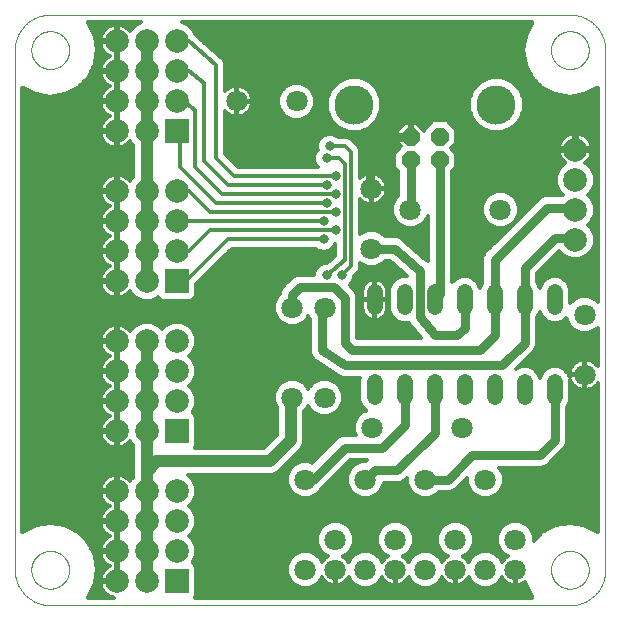
<source format=gbl>
G75*
%MOIN*%
%OFA0B0*%
%FSLAX25Y25*%
%IPPOS*%
%LPD*%
%AMOC8*
5,1,8,0,0,1.08239X$1,22.5*
%
%ADD10C,0.00000*%
%ADD11C,0.07087*%
%ADD12C,0.05200*%
%ADD13OC8,0.05740*%
%ADD14C,0.13055*%
%ADD15C,0.07874*%
%ADD16R,0.07874X0.07874*%
%ADD17C,0.03937*%
%ADD18C,0.01181*%
%ADD19C,0.03150*%
%ADD20C,0.03150*%
D10*
X0004740Y0016551D02*
X0004740Y0189780D01*
X0010252Y0189780D02*
X0010254Y0189938D01*
X0010260Y0190096D01*
X0010270Y0190254D01*
X0010284Y0190412D01*
X0010302Y0190569D01*
X0010323Y0190726D01*
X0010349Y0190882D01*
X0010379Y0191038D01*
X0010412Y0191193D01*
X0010450Y0191346D01*
X0010491Y0191499D01*
X0010536Y0191651D01*
X0010585Y0191802D01*
X0010638Y0191951D01*
X0010694Y0192099D01*
X0010754Y0192245D01*
X0010818Y0192390D01*
X0010886Y0192533D01*
X0010957Y0192675D01*
X0011031Y0192815D01*
X0011109Y0192952D01*
X0011191Y0193088D01*
X0011275Y0193222D01*
X0011364Y0193353D01*
X0011455Y0193482D01*
X0011550Y0193609D01*
X0011647Y0193734D01*
X0011748Y0193856D01*
X0011852Y0193975D01*
X0011959Y0194092D01*
X0012069Y0194206D01*
X0012182Y0194317D01*
X0012297Y0194426D01*
X0012415Y0194531D01*
X0012536Y0194633D01*
X0012659Y0194733D01*
X0012785Y0194829D01*
X0012913Y0194922D01*
X0013043Y0195012D01*
X0013176Y0195098D01*
X0013311Y0195182D01*
X0013447Y0195261D01*
X0013586Y0195338D01*
X0013727Y0195410D01*
X0013869Y0195480D01*
X0014013Y0195545D01*
X0014159Y0195607D01*
X0014306Y0195665D01*
X0014455Y0195720D01*
X0014605Y0195771D01*
X0014756Y0195818D01*
X0014908Y0195861D01*
X0015061Y0195900D01*
X0015216Y0195936D01*
X0015371Y0195967D01*
X0015527Y0195995D01*
X0015683Y0196019D01*
X0015840Y0196039D01*
X0015998Y0196055D01*
X0016155Y0196067D01*
X0016314Y0196075D01*
X0016472Y0196079D01*
X0016630Y0196079D01*
X0016788Y0196075D01*
X0016947Y0196067D01*
X0017104Y0196055D01*
X0017262Y0196039D01*
X0017419Y0196019D01*
X0017575Y0195995D01*
X0017731Y0195967D01*
X0017886Y0195936D01*
X0018041Y0195900D01*
X0018194Y0195861D01*
X0018346Y0195818D01*
X0018497Y0195771D01*
X0018647Y0195720D01*
X0018796Y0195665D01*
X0018943Y0195607D01*
X0019089Y0195545D01*
X0019233Y0195480D01*
X0019375Y0195410D01*
X0019516Y0195338D01*
X0019655Y0195261D01*
X0019791Y0195182D01*
X0019926Y0195098D01*
X0020059Y0195012D01*
X0020189Y0194922D01*
X0020317Y0194829D01*
X0020443Y0194733D01*
X0020566Y0194633D01*
X0020687Y0194531D01*
X0020805Y0194426D01*
X0020920Y0194317D01*
X0021033Y0194206D01*
X0021143Y0194092D01*
X0021250Y0193975D01*
X0021354Y0193856D01*
X0021455Y0193734D01*
X0021552Y0193609D01*
X0021647Y0193482D01*
X0021738Y0193353D01*
X0021827Y0193222D01*
X0021911Y0193088D01*
X0021993Y0192952D01*
X0022071Y0192815D01*
X0022145Y0192675D01*
X0022216Y0192533D01*
X0022284Y0192390D01*
X0022348Y0192245D01*
X0022408Y0192099D01*
X0022464Y0191951D01*
X0022517Y0191802D01*
X0022566Y0191651D01*
X0022611Y0191499D01*
X0022652Y0191346D01*
X0022690Y0191193D01*
X0022723Y0191038D01*
X0022753Y0190882D01*
X0022779Y0190726D01*
X0022800Y0190569D01*
X0022818Y0190412D01*
X0022832Y0190254D01*
X0022842Y0190096D01*
X0022848Y0189938D01*
X0022850Y0189780D01*
X0022848Y0189622D01*
X0022842Y0189464D01*
X0022832Y0189306D01*
X0022818Y0189148D01*
X0022800Y0188991D01*
X0022779Y0188834D01*
X0022753Y0188678D01*
X0022723Y0188522D01*
X0022690Y0188367D01*
X0022652Y0188214D01*
X0022611Y0188061D01*
X0022566Y0187909D01*
X0022517Y0187758D01*
X0022464Y0187609D01*
X0022408Y0187461D01*
X0022348Y0187315D01*
X0022284Y0187170D01*
X0022216Y0187027D01*
X0022145Y0186885D01*
X0022071Y0186745D01*
X0021993Y0186608D01*
X0021911Y0186472D01*
X0021827Y0186338D01*
X0021738Y0186207D01*
X0021647Y0186078D01*
X0021552Y0185951D01*
X0021455Y0185826D01*
X0021354Y0185704D01*
X0021250Y0185585D01*
X0021143Y0185468D01*
X0021033Y0185354D01*
X0020920Y0185243D01*
X0020805Y0185134D01*
X0020687Y0185029D01*
X0020566Y0184927D01*
X0020443Y0184827D01*
X0020317Y0184731D01*
X0020189Y0184638D01*
X0020059Y0184548D01*
X0019926Y0184462D01*
X0019791Y0184378D01*
X0019655Y0184299D01*
X0019516Y0184222D01*
X0019375Y0184150D01*
X0019233Y0184080D01*
X0019089Y0184015D01*
X0018943Y0183953D01*
X0018796Y0183895D01*
X0018647Y0183840D01*
X0018497Y0183789D01*
X0018346Y0183742D01*
X0018194Y0183699D01*
X0018041Y0183660D01*
X0017886Y0183624D01*
X0017731Y0183593D01*
X0017575Y0183565D01*
X0017419Y0183541D01*
X0017262Y0183521D01*
X0017104Y0183505D01*
X0016947Y0183493D01*
X0016788Y0183485D01*
X0016630Y0183481D01*
X0016472Y0183481D01*
X0016314Y0183485D01*
X0016155Y0183493D01*
X0015998Y0183505D01*
X0015840Y0183521D01*
X0015683Y0183541D01*
X0015527Y0183565D01*
X0015371Y0183593D01*
X0015216Y0183624D01*
X0015061Y0183660D01*
X0014908Y0183699D01*
X0014756Y0183742D01*
X0014605Y0183789D01*
X0014455Y0183840D01*
X0014306Y0183895D01*
X0014159Y0183953D01*
X0014013Y0184015D01*
X0013869Y0184080D01*
X0013727Y0184150D01*
X0013586Y0184222D01*
X0013447Y0184299D01*
X0013311Y0184378D01*
X0013176Y0184462D01*
X0013043Y0184548D01*
X0012913Y0184638D01*
X0012785Y0184731D01*
X0012659Y0184827D01*
X0012536Y0184927D01*
X0012415Y0185029D01*
X0012297Y0185134D01*
X0012182Y0185243D01*
X0012069Y0185354D01*
X0011959Y0185468D01*
X0011852Y0185585D01*
X0011748Y0185704D01*
X0011647Y0185826D01*
X0011550Y0185951D01*
X0011455Y0186078D01*
X0011364Y0186207D01*
X0011275Y0186338D01*
X0011191Y0186472D01*
X0011109Y0186608D01*
X0011031Y0186745D01*
X0010957Y0186885D01*
X0010886Y0187027D01*
X0010818Y0187170D01*
X0010754Y0187315D01*
X0010694Y0187461D01*
X0010638Y0187609D01*
X0010585Y0187758D01*
X0010536Y0187909D01*
X0010491Y0188061D01*
X0010450Y0188214D01*
X0010412Y0188367D01*
X0010379Y0188522D01*
X0010349Y0188678D01*
X0010323Y0188834D01*
X0010302Y0188991D01*
X0010284Y0189148D01*
X0010270Y0189306D01*
X0010260Y0189464D01*
X0010254Y0189622D01*
X0010252Y0189780D01*
X0004740Y0189780D02*
X0004743Y0190065D01*
X0004754Y0190351D01*
X0004771Y0190636D01*
X0004795Y0190920D01*
X0004826Y0191204D01*
X0004864Y0191487D01*
X0004909Y0191768D01*
X0004960Y0192049D01*
X0005018Y0192329D01*
X0005083Y0192607D01*
X0005155Y0192883D01*
X0005233Y0193157D01*
X0005318Y0193430D01*
X0005410Y0193700D01*
X0005508Y0193968D01*
X0005612Y0194234D01*
X0005723Y0194497D01*
X0005840Y0194757D01*
X0005963Y0195015D01*
X0006093Y0195269D01*
X0006229Y0195520D01*
X0006370Y0195768D01*
X0006518Y0196012D01*
X0006671Y0196253D01*
X0006831Y0196489D01*
X0006996Y0196722D01*
X0007166Y0196951D01*
X0007342Y0197176D01*
X0007524Y0197396D01*
X0007710Y0197612D01*
X0007902Y0197823D01*
X0008099Y0198030D01*
X0008301Y0198232D01*
X0008508Y0198429D01*
X0008719Y0198621D01*
X0008935Y0198807D01*
X0009155Y0198989D01*
X0009380Y0199165D01*
X0009609Y0199335D01*
X0009842Y0199500D01*
X0010078Y0199660D01*
X0010319Y0199813D01*
X0010563Y0199961D01*
X0010811Y0200102D01*
X0011062Y0200238D01*
X0011316Y0200368D01*
X0011574Y0200491D01*
X0011834Y0200608D01*
X0012097Y0200719D01*
X0012363Y0200823D01*
X0012631Y0200921D01*
X0012901Y0201013D01*
X0013174Y0201098D01*
X0013448Y0201176D01*
X0013724Y0201248D01*
X0014002Y0201313D01*
X0014282Y0201371D01*
X0014563Y0201422D01*
X0014844Y0201467D01*
X0015127Y0201505D01*
X0015411Y0201536D01*
X0015695Y0201560D01*
X0015980Y0201577D01*
X0016266Y0201588D01*
X0016551Y0201591D01*
X0189780Y0201591D01*
X0183481Y0189780D02*
X0183483Y0189938D01*
X0183489Y0190096D01*
X0183499Y0190254D01*
X0183513Y0190412D01*
X0183531Y0190569D01*
X0183552Y0190726D01*
X0183578Y0190882D01*
X0183608Y0191038D01*
X0183641Y0191193D01*
X0183679Y0191346D01*
X0183720Y0191499D01*
X0183765Y0191651D01*
X0183814Y0191802D01*
X0183867Y0191951D01*
X0183923Y0192099D01*
X0183983Y0192245D01*
X0184047Y0192390D01*
X0184115Y0192533D01*
X0184186Y0192675D01*
X0184260Y0192815D01*
X0184338Y0192952D01*
X0184420Y0193088D01*
X0184504Y0193222D01*
X0184593Y0193353D01*
X0184684Y0193482D01*
X0184779Y0193609D01*
X0184876Y0193734D01*
X0184977Y0193856D01*
X0185081Y0193975D01*
X0185188Y0194092D01*
X0185298Y0194206D01*
X0185411Y0194317D01*
X0185526Y0194426D01*
X0185644Y0194531D01*
X0185765Y0194633D01*
X0185888Y0194733D01*
X0186014Y0194829D01*
X0186142Y0194922D01*
X0186272Y0195012D01*
X0186405Y0195098D01*
X0186540Y0195182D01*
X0186676Y0195261D01*
X0186815Y0195338D01*
X0186956Y0195410D01*
X0187098Y0195480D01*
X0187242Y0195545D01*
X0187388Y0195607D01*
X0187535Y0195665D01*
X0187684Y0195720D01*
X0187834Y0195771D01*
X0187985Y0195818D01*
X0188137Y0195861D01*
X0188290Y0195900D01*
X0188445Y0195936D01*
X0188600Y0195967D01*
X0188756Y0195995D01*
X0188912Y0196019D01*
X0189069Y0196039D01*
X0189227Y0196055D01*
X0189384Y0196067D01*
X0189543Y0196075D01*
X0189701Y0196079D01*
X0189859Y0196079D01*
X0190017Y0196075D01*
X0190176Y0196067D01*
X0190333Y0196055D01*
X0190491Y0196039D01*
X0190648Y0196019D01*
X0190804Y0195995D01*
X0190960Y0195967D01*
X0191115Y0195936D01*
X0191270Y0195900D01*
X0191423Y0195861D01*
X0191575Y0195818D01*
X0191726Y0195771D01*
X0191876Y0195720D01*
X0192025Y0195665D01*
X0192172Y0195607D01*
X0192318Y0195545D01*
X0192462Y0195480D01*
X0192604Y0195410D01*
X0192745Y0195338D01*
X0192884Y0195261D01*
X0193020Y0195182D01*
X0193155Y0195098D01*
X0193288Y0195012D01*
X0193418Y0194922D01*
X0193546Y0194829D01*
X0193672Y0194733D01*
X0193795Y0194633D01*
X0193916Y0194531D01*
X0194034Y0194426D01*
X0194149Y0194317D01*
X0194262Y0194206D01*
X0194372Y0194092D01*
X0194479Y0193975D01*
X0194583Y0193856D01*
X0194684Y0193734D01*
X0194781Y0193609D01*
X0194876Y0193482D01*
X0194967Y0193353D01*
X0195056Y0193222D01*
X0195140Y0193088D01*
X0195222Y0192952D01*
X0195300Y0192815D01*
X0195374Y0192675D01*
X0195445Y0192533D01*
X0195513Y0192390D01*
X0195577Y0192245D01*
X0195637Y0192099D01*
X0195693Y0191951D01*
X0195746Y0191802D01*
X0195795Y0191651D01*
X0195840Y0191499D01*
X0195881Y0191346D01*
X0195919Y0191193D01*
X0195952Y0191038D01*
X0195982Y0190882D01*
X0196008Y0190726D01*
X0196029Y0190569D01*
X0196047Y0190412D01*
X0196061Y0190254D01*
X0196071Y0190096D01*
X0196077Y0189938D01*
X0196079Y0189780D01*
X0196077Y0189622D01*
X0196071Y0189464D01*
X0196061Y0189306D01*
X0196047Y0189148D01*
X0196029Y0188991D01*
X0196008Y0188834D01*
X0195982Y0188678D01*
X0195952Y0188522D01*
X0195919Y0188367D01*
X0195881Y0188214D01*
X0195840Y0188061D01*
X0195795Y0187909D01*
X0195746Y0187758D01*
X0195693Y0187609D01*
X0195637Y0187461D01*
X0195577Y0187315D01*
X0195513Y0187170D01*
X0195445Y0187027D01*
X0195374Y0186885D01*
X0195300Y0186745D01*
X0195222Y0186608D01*
X0195140Y0186472D01*
X0195056Y0186338D01*
X0194967Y0186207D01*
X0194876Y0186078D01*
X0194781Y0185951D01*
X0194684Y0185826D01*
X0194583Y0185704D01*
X0194479Y0185585D01*
X0194372Y0185468D01*
X0194262Y0185354D01*
X0194149Y0185243D01*
X0194034Y0185134D01*
X0193916Y0185029D01*
X0193795Y0184927D01*
X0193672Y0184827D01*
X0193546Y0184731D01*
X0193418Y0184638D01*
X0193288Y0184548D01*
X0193155Y0184462D01*
X0193020Y0184378D01*
X0192884Y0184299D01*
X0192745Y0184222D01*
X0192604Y0184150D01*
X0192462Y0184080D01*
X0192318Y0184015D01*
X0192172Y0183953D01*
X0192025Y0183895D01*
X0191876Y0183840D01*
X0191726Y0183789D01*
X0191575Y0183742D01*
X0191423Y0183699D01*
X0191270Y0183660D01*
X0191115Y0183624D01*
X0190960Y0183593D01*
X0190804Y0183565D01*
X0190648Y0183541D01*
X0190491Y0183521D01*
X0190333Y0183505D01*
X0190176Y0183493D01*
X0190017Y0183485D01*
X0189859Y0183481D01*
X0189701Y0183481D01*
X0189543Y0183485D01*
X0189384Y0183493D01*
X0189227Y0183505D01*
X0189069Y0183521D01*
X0188912Y0183541D01*
X0188756Y0183565D01*
X0188600Y0183593D01*
X0188445Y0183624D01*
X0188290Y0183660D01*
X0188137Y0183699D01*
X0187985Y0183742D01*
X0187834Y0183789D01*
X0187684Y0183840D01*
X0187535Y0183895D01*
X0187388Y0183953D01*
X0187242Y0184015D01*
X0187098Y0184080D01*
X0186956Y0184150D01*
X0186815Y0184222D01*
X0186676Y0184299D01*
X0186540Y0184378D01*
X0186405Y0184462D01*
X0186272Y0184548D01*
X0186142Y0184638D01*
X0186014Y0184731D01*
X0185888Y0184827D01*
X0185765Y0184927D01*
X0185644Y0185029D01*
X0185526Y0185134D01*
X0185411Y0185243D01*
X0185298Y0185354D01*
X0185188Y0185468D01*
X0185081Y0185585D01*
X0184977Y0185704D01*
X0184876Y0185826D01*
X0184779Y0185951D01*
X0184684Y0186078D01*
X0184593Y0186207D01*
X0184504Y0186338D01*
X0184420Y0186472D01*
X0184338Y0186608D01*
X0184260Y0186745D01*
X0184186Y0186885D01*
X0184115Y0187027D01*
X0184047Y0187170D01*
X0183983Y0187315D01*
X0183923Y0187461D01*
X0183867Y0187609D01*
X0183814Y0187758D01*
X0183765Y0187909D01*
X0183720Y0188061D01*
X0183679Y0188214D01*
X0183641Y0188367D01*
X0183608Y0188522D01*
X0183578Y0188678D01*
X0183552Y0188834D01*
X0183531Y0188991D01*
X0183513Y0189148D01*
X0183499Y0189306D01*
X0183489Y0189464D01*
X0183483Y0189622D01*
X0183481Y0189780D01*
X0189780Y0201591D02*
X0190065Y0201588D01*
X0190351Y0201577D01*
X0190636Y0201560D01*
X0190920Y0201536D01*
X0191204Y0201505D01*
X0191487Y0201467D01*
X0191768Y0201422D01*
X0192049Y0201371D01*
X0192329Y0201313D01*
X0192607Y0201248D01*
X0192883Y0201176D01*
X0193157Y0201098D01*
X0193430Y0201013D01*
X0193700Y0200921D01*
X0193968Y0200823D01*
X0194234Y0200719D01*
X0194497Y0200608D01*
X0194757Y0200491D01*
X0195015Y0200368D01*
X0195269Y0200238D01*
X0195520Y0200102D01*
X0195768Y0199961D01*
X0196012Y0199813D01*
X0196253Y0199660D01*
X0196489Y0199500D01*
X0196722Y0199335D01*
X0196951Y0199165D01*
X0197176Y0198989D01*
X0197396Y0198807D01*
X0197612Y0198621D01*
X0197823Y0198429D01*
X0198030Y0198232D01*
X0198232Y0198030D01*
X0198429Y0197823D01*
X0198621Y0197612D01*
X0198807Y0197396D01*
X0198989Y0197176D01*
X0199165Y0196951D01*
X0199335Y0196722D01*
X0199500Y0196489D01*
X0199660Y0196253D01*
X0199813Y0196012D01*
X0199961Y0195768D01*
X0200102Y0195520D01*
X0200238Y0195269D01*
X0200368Y0195015D01*
X0200491Y0194757D01*
X0200608Y0194497D01*
X0200719Y0194234D01*
X0200823Y0193968D01*
X0200921Y0193700D01*
X0201013Y0193430D01*
X0201098Y0193157D01*
X0201176Y0192883D01*
X0201248Y0192607D01*
X0201313Y0192329D01*
X0201371Y0192049D01*
X0201422Y0191768D01*
X0201467Y0191487D01*
X0201505Y0191204D01*
X0201536Y0190920D01*
X0201560Y0190636D01*
X0201577Y0190351D01*
X0201588Y0190065D01*
X0201591Y0189780D01*
X0201591Y0016551D01*
X0183481Y0016551D02*
X0183483Y0016709D01*
X0183489Y0016867D01*
X0183499Y0017025D01*
X0183513Y0017183D01*
X0183531Y0017340D01*
X0183552Y0017497D01*
X0183578Y0017653D01*
X0183608Y0017809D01*
X0183641Y0017964D01*
X0183679Y0018117D01*
X0183720Y0018270D01*
X0183765Y0018422D01*
X0183814Y0018573D01*
X0183867Y0018722D01*
X0183923Y0018870D01*
X0183983Y0019016D01*
X0184047Y0019161D01*
X0184115Y0019304D01*
X0184186Y0019446D01*
X0184260Y0019586D01*
X0184338Y0019723D01*
X0184420Y0019859D01*
X0184504Y0019993D01*
X0184593Y0020124D01*
X0184684Y0020253D01*
X0184779Y0020380D01*
X0184876Y0020505D01*
X0184977Y0020627D01*
X0185081Y0020746D01*
X0185188Y0020863D01*
X0185298Y0020977D01*
X0185411Y0021088D01*
X0185526Y0021197D01*
X0185644Y0021302D01*
X0185765Y0021404D01*
X0185888Y0021504D01*
X0186014Y0021600D01*
X0186142Y0021693D01*
X0186272Y0021783D01*
X0186405Y0021869D01*
X0186540Y0021953D01*
X0186676Y0022032D01*
X0186815Y0022109D01*
X0186956Y0022181D01*
X0187098Y0022251D01*
X0187242Y0022316D01*
X0187388Y0022378D01*
X0187535Y0022436D01*
X0187684Y0022491D01*
X0187834Y0022542D01*
X0187985Y0022589D01*
X0188137Y0022632D01*
X0188290Y0022671D01*
X0188445Y0022707D01*
X0188600Y0022738D01*
X0188756Y0022766D01*
X0188912Y0022790D01*
X0189069Y0022810D01*
X0189227Y0022826D01*
X0189384Y0022838D01*
X0189543Y0022846D01*
X0189701Y0022850D01*
X0189859Y0022850D01*
X0190017Y0022846D01*
X0190176Y0022838D01*
X0190333Y0022826D01*
X0190491Y0022810D01*
X0190648Y0022790D01*
X0190804Y0022766D01*
X0190960Y0022738D01*
X0191115Y0022707D01*
X0191270Y0022671D01*
X0191423Y0022632D01*
X0191575Y0022589D01*
X0191726Y0022542D01*
X0191876Y0022491D01*
X0192025Y0022436D01*
X0192172Y0022378D01*
X0192318Y0022316D01*
X0192462Y0022251D01*
X0192604Y0022181D01*
X0192745Y0022109D01*
X0192884Y0022032D01*
X0193020Y0021953D01*
X0193155Y0021869D01*
X0193288Y0021783D01*
X0193418Y0021693D01*
X0193546Y0021600D01*
X0193672Y0021504D01*
X0193795Y0021404D01*
X0193916Y0021302D01*
X0194034Y0021197D01*
X0194149Y0021088D01*
X0194262Y0020977D01*
X0194372Y0020863D01*
X0194479Y0020746D01*
X0194583Y0020627D01*
X0194684Y0020505D01*
X0194781Y0020380D01*
X0194876Y0020253D01*
X0194967Y0020124D01*
X0195056Y0019993D01*
X0195140Y0019859D01*
X0195222Y0019723D01*
X0195300Y0019586D01*
X0195374Y0019446D01*
X0195445Y0019304D01*
X0195513Y0019161D01*
X0195577Y0019016D01*
X0195637Y0018870D01*
X0195693Y0018722D01*
X0195746Y0018573D01*
X0195795Y0018422D01*
X0195840Y0018270D01*
X0195881Y0018117D01*
X0195919Y0017964D01*
X0195952Y0017809D01*
X0195982Y0017653D01*
X0196008Y0017497D01*
X0196029Y0017340D01*
X0196047Y0017183D01*
X0196061Y0017025D01*
X0196071Y0016867D01*
X0196077Y0016709D01*
X0196079Y0016551D01*
X0196077Y0016393D01*
X0196071Y0016235D01*
X0196061Y0016077D01*
X0196047Y0015919D01*
X0196029Y0015762D01*
X0196008Y0015605D01*
X0195982Y0015449D01*
X0195952Y0015293D01*
X0195919Y0015138D01*
X0195881Y0014985D01*
X0195840Y0014832D01*
X0195795Y0014680D01*
X0195746Y0014529D01*
X0195693Y0014380D01*
X0195637Y0014232D01*
X0195577Y0014086D01*
X0195513Y0013941D01*
X0195445Y0013798D01*
X0195374Y0013656D01*
X0195300Y0013516D01*
X0195222Y0013379D01*
X0195140Y0013243D01*
X0195056Y0013109D01*
X0194967Y0012978D01*
X0194876Y0012849D01*
X0194781Y0012722D01*
X0194684Y0012597D01*
X0194583Y0012475D01*
X0194479Y0012356D01*
X0194372Y0012239D01*
X0194262Y0012125D01*
X0194149Y0012014D01*
X0194034Y0011905D01*
X0193916Y0011800D01*
X0193795Y0011698D01*
X0193672Y0011598D01*
X0193546Y0011502D01*
X0193418Y0011409D01*
X0193288Y0011319D01*
X0193155Y0011233D01*
X0193020Y0011149D01*
X0192884Y0011070D01*
X0192745Y0010993D01*
X0192604Y0010921D01*
X0192462Y0010851D01*
X0192318Y0010786D01*
X0192172Y0010724D01*
X0192025Y0010666D01*
X0191876Y0010611D01*
X0191726Y0010560D01*
X0191575Y0010513D01*
X0191423Y0010470D01*
X0191270Y0010431D01*
X0191115Y0010395D01*
X0190960Y0010364D01*
X0190804Y0010336D01*
X0190648Y0010312D01*
X0190491Y0010292D01*
X0190333Y0010276D01*
X0190176Y0010264D01*
X0190017Y0010256D01*
X0189859Y0010252D01*
X0189701Y0010252D01*
X0189543Y0010256D01*
X0189384Y0010264D01*
X0189227Y0010276D01*
X0189069Y0010292D01*
X0188912Y0010312D01*
X0188756Y0010336D01*
X0188600Y0010364D01*
X0188445Y0010395D01*
X0188290Y0010431D01*
X0188137Y0010470D01*
X0187985Y0010513D01*
X0187834Y0010560D01*
X0187684Y0010611D01*
X0187535Y0010666D01*
X0187388Y0010724D01*
X0187242Y0010786D01*
X0187098Y0010851D01*
X0186956Y0010921D01*
X0186815Y0010993D01*
X0186676Y0011070D01*
X0186540Y0011149D01*
X0186405Y0011233D01*
X0186272Y0011319D01*
X0186142Y0011409D01*
X0186014Y0011502D01*
X0185888Y0011598D01*
X0185765Y0011698D01*
X0185644Y0011800D01*
X0185526Y0011905D01*
X0185411Y0012014D01*
X0185298Y0012125D01*
X0185188Y0012239D01*
X0185081Y0012356D01*
X0184977Y0012475D01*
X0184876Y0012597D01*
X0184779Y0012722D01*
X0184684Y0012849D01*
X0184593Y0012978D01*
X0184504Y0013109D01*
X0184420Y0013243D01*
X0184338Y0013379D01*
X0184260Y0013516D01*
X0184186Y0013656D01*
X0184115Y0013798D01*
X0184047Y0013941D01*
X0183983Y0014086D01*
X0183923Y0014232D01*
X0183867Y0014380D01*
X0183814Y0014529D01*
X0183765Y0014680D01*
X0183720Y0014832D01*
X0183679Y0014985D01*
X0183641Y0015138D01*
X0183608Y0015293D01*
X0183578Y0015449D01*
X0183552Y0015605D01*
X0183531Y0015762D01*
X0183513Y0015919D01*
X0183499Y0016077D01*
X0183489Y0016235D01*
X0183483Y0016393D01*
X0183481Y0016551D01*
X0189780Y0004740D02*
X0190065Y0004743D01*
X0190351Y0004754D01*
X0190636Y0004771D01*
X0190920Y0004795D01*
X0191204Y0004826D01*
X0191487Y0004864D01*
X0191768Y0004909D01*
X0192049Y0004960D01*
X0192329Y0005018D01*
X0192607Y0005083D01*
X0192883Y0005155D01*
X0193157Y0005233D01*
X0193430Y0005318D01*
X0193700Y0005410D01*
X0193968Y0005508D01*
X0194234Y0005612D01*
X0194497Y0005723D01*
X0194757Y0005840D01*
X0195015Y0005963D01*
X0195269Y0006093D01*
X0195520Y0006229D01*
X0195768Y0006370D01*
X0196012Y0006518D01*
X0196253Y0006671D01*
X0196489Y0006831D01*
X0196722Y0006996D01*
X0196951Y0007166D01*
X0197176Y0007342D01*
X0197396Y0007524D01*
X0197612Y0007710D01*
X0197823Y0007902D01*
X0198030Y0008099D01*
X0198232Y0008301D01*
X0198429Y0008508D01*
X0198621Y0008719D01*
X0198807Y0008935D01*
X0198989Y0009155D01*
X0199165Y0009380D01*
X0199335Y0009609D01*
X0199500Y0009842D01*
X0199660Y0010078D01*
X0199813Y0010319D01*
X0199961Y0010563D01*
X0200102Y0010811D01*
X0200238Y0011062D01*
X0200368Y0011316D01*
X0200491Y0011574D01*
X0200608Y0011834D01*
X0200719Y0012097D01*
X0200823Y0012363D01*
X0200921Y0012631D01*
X0201013Y0012901D01*
X0201098Y0013174D01*
X0201176Y0013448D01*
X0201248Y0013724D01*
X0201313Y0014002D01*
X0201371Y0014282D01*
X0201422Y0014563D01*
X0201467Y0014844D01*
X0201505Y0015127D01*
X0201536Y0015411D01*
X0201560Y0015695D01*
X0201577Y0015980D01*
X0201588Y0016266D01*
X0201591Y0016551D01*
X0189780Y0004740D02*
X0016551Y0004740D01*
X0010252Y0016551D02*
X0010254Y0016709D01*
X0010260Y0016867D01*
X0010270Y0017025D01*
X0010284Y0017183D01*
X0010302Y0017340D01*
X0010323Y0017497D01*
X0010349Y0017653D01*
X0010379Y0017809D01*
X0010412Y0017964D01*
X0010450Y0018117D01*
X0010491Y0018270D01*
X0010536Y0018422D01*
X0010585Y0018573D01*
X0010638Y0018722D01*
X0010694Y0018870D01*
X0010754Y0019016D01*
X0010818Y0019161D01*
X0010886Y0019304D01*
X0010957Y0019446D01*
X0011031Y0019586D01*
X0011109Y0019723D01*
X0011191Y0019859D01*
X0011275Y0019993D01*
X0011364Y0020124D01*
X0011455Y0020253D01*
X0011550Y0020380D01*
X0011647Y0020505D01*
X0011748Y0020627D01*
X0011852Y0020746D01*
X0011959Y0020863D01*
X0012069Y0020977D01*
X0012182Y0021088D01*
X0012297Y0021197D01*
X0012415Y0021302D01*
X0012536Y0021404D01*
X0012659Y0021504D01*
X0012785Y0021600D01*
X0012913Y0021693D01*
X0013043Y0021783D01*
X0013176Y0021869D01*
X0013311Y0021953D01*
X0013447Y0022032D01*
X0013586Y0022109D01*
X0013727Y0022181D01*
X0013869Y0022251D01*
X0014013Y0022316D01*
X0014159Y0022378D01*
X0014306Y0022436D01*
X0014455Y0022491D01*
X0014605Y0022542D01*
X0014756Y0022589D01*
X0014908Y0022632D01*
X0015061Y0022671D01*
X0015216Y0022707D01*
X0015371Y0022738D01*
X0015527Y0022766D01*
X0015683Y0022790D01*
X0015840Y0022810D01*
X0015998Y0022826D01*
X0016155Y0022838D01*
X0016314Y0022846D01*
X0016472Y0022850D01*
X0016630Y0022850D01*
X0016788Y0022846D01*
X0016947Y0022838D01*
X0017104Y0022826D01*
X0017262Y0022810D01*
X0017419Y0022790D01*
X0017575Y0022766D01*
X0017731Y0022738D01*
X0017886Y0022707D01*
X0018041Y0022671D01*
X0018194Y0022632D01*
X0018346Y0022589D01*
X0018497Y0022542D01*
X0018647Y0022491D01*
X0018796Y0022436D01*
X0018943Y0022378D01*
X0019089Y0022316D01*
X0019233Y0022251D01*
X0019375Y0022181D01*
X0019516Y0022109D01*
X0019655Y0022032D01*
X0019791Y0021953D01*
X0019926Y0021869D01*
X0020059Y0021783D01*
X0020189Y0021693D01*
X0020317Y0021600D01*
X0020443Y0021504D01*
X0020566Y0021404D01*
X0020687Y0021302D01*
X0020805Y0021197D01*
X0020920Y0021088D01*
X0021033Y0020977D01*
X0021143Y0020863D01*
X0021250Y0020746D01*
X0021354Y0020627D01*
X0021455Y0020505D01*
X0021552Y0020380D01*
X0021647Y0020253D01*
X0021738Y0020124D01*
X0021827Y0019993D01*
X0021911Y0019859D01*
X0021993Y0019723D01*
X0022071Y0019586D01*
X0022145Y0019446D01*
X0022216Y0019304D01*
X0022284Y0019161D01*
X0022348Y0019016D01*
X0022408Y0018870D01*
X0022464Y0018722D01*
X0022517Y0018573D01*
X0022566Y0018422D01*
X0022611Y0018270D01*
X0022652Y0018117D01*
X0022690Y0017964D01*
X0022723Y0017809D01*
X0022753Y0017653D01*
X0022779Y0017497D01*
X0022800Y0017340D01*
X0022818Y0017183D01*
X0022832Y0017025D01*
X0022842Y0016867D01*
X0022848Y0016709D01*
X0022850Y0016551D01*
X0022848Y0016393D01*
X0022842Y0016235D01*
X0022832Y0016077D01*
X0022818Y0015919D01*
X0022800Y0015762D01*
X0022779Y0015605D01*
X0022753Y0015449D01*
X0022723Y0015293D01*
X0022690Y0015138D01*
X0022652Y0014985D01*
X0022611Y0014832D01*
X0022566Y0014680D01*
X0022517Y0014529D01*
X0022464Y0014380D01*
X0022408Y0014232D01*
X0022348Y0014086D01*
X0022284Y0013941D01*
X0022216Y0013798D01*
X0022145Y0013656D01*
X0022071Y0013516D01*
X0021993Y0013379D01*
X0021911Y0013243D01*
X0021827Y0013109D01*
X0021738Y0012978D01*
X0021647Y0012849D01*
X0021552Y0012722D01*
X0021455Y0012597D01*
X0021354Y0012475D01*
X0021250Y0012356D01*
X0021143Y0012239D01*
X0021033Y0012125D01*
X0020920Y0012014D01*
X0020805Y0011905D01*
X0020687Y0011800D01*
X0020566Y0011698D01*
X0020443Y0011598D01*
X0020317Y0011502D01*
X0020189Y0011409D01*
X0020059Y0011319D01*
X0019926Y0011233D01*
X0019791Y0011149D01*
X0019655Y0011070D01*
X0019516Y0010993D01*
X0019375Y0010921D01*
X0019233Y0010851D01*
X0019089Y0010786D01*
X0018943Y0010724D01*
X0018796Y0010666D01*
X0018647Y0010611D01*
X0018497Y0010560D01*
X0018346Y0010513D01*
X0018194Y0010470D01*
X0018041Y0010431D01*
X0017886Y0010395D01*
X0017731Y0010364D01*
X0017575Y0010336D01*
X0017419Y0010312D01*
X0017262Y0010292D01*
X0017104Y0010276D01*
X0016947Y0010264D01*
X0016788Y0010256D01*
X0016630Y0010252D01*
X0016472Y0010252D01*
X0016314Y0010256D01*
X0016155Y0010264D01*
X0015998Y0010276D01*
X0015840Y0010292D01*
X0015683Y0010312D01*
X0015527Y0010336D01*
X0015371Y0010364D01*
X0015216Y0010395D01*
X0015061Y0010431D01*
X0014908Y0010470D01*
X0014756Y0010513D01*
X0014605Y0010560D01*
X0014455Y0010611D01*
X0014306Y0010666D01*
X0014159Y0010724D01*
X0014013Y0010786D01*
X0013869Y0010851D01*
X0013727Y0010921D01*
X0013586Y0010993D01*
X0013447Y0011070D01*
X0013311Y0011149D01*
X0013176Y0011233D01*
X0013043Y0011319D01*
X0012913Y0011409D01*
X0012785Y0011502D01*
X0012659Y0011598D01*
X0012536Y0011698D01*
X0012415Y0011800D01*
X0012297Y0011905D01*
X0012182Y0012014D01*
X0012069Y0012125D01*
X0011959Y0012239D01*
X0011852Y0012356D01*
X0011748Y0012475D01*
X0011647Y0012597D01*
X0011550Y0012722D01*
X0011455Y0012849D01*
X0011364Y0012978D01*
X0011275Y0013109D01*
X0011191Y0013243D01*
X0011109Y0013379D01*
X0011031Y0013516D01*
X0010957Y0013656D01*
X0010886Y0013798D01*
X0010818Y0013941D01*
X0010754Y0014086D01*
X0010694Y0014232D01*
X0010638Y0014380D01*
X0010585Y0014529D01*
X0010536Y0014680D01*
X0010491Y0014832D01*
X0010450Y0014985D01*
X0010412Y0015138D01*
X0010379Y0015293D01*
X0010349Y0015449D01*
X0010323Y0015605D01*
X0010302Y0015762D01*
X0010284Y0015919D01*
X0010270Y0016077D01*
X0010260Y0016235D01*
X0010254Y0016393D01*
X0010252Y0016551D01*
X0004740Y0016551D02*
X0004743Y0016266D01*
X0004754Y0015980D01*
X0004771Y0015695D01*
X0004795Y0015411D01*
X0004826Y0015127D01*
X0004864Y0014844D01*
X0004909Y0014563D01*
X0004960Y0014282D01*
X0005018Y0014002D01*
X0005083Y0013724D01*
X0005155Y0013448D01*
X0005233Y0013174D01*
X0005318Y0012901D01*
X0005410Y0012631D01*
X0005508Y0012363D01*
X0005612Y0012097D01*
X0005723Y0011834D01*
X0005840Y0011574D01*
X0005963Y0011316D01*
X0006093Y0011062D01*
X0006229Y0010811D01*
X0006370Y0010563D01*
X0006518Y0010319D01*
X0006671Y0010078D01*
X0006831Y0009842D01*
X0006996Y0009609D01*
X0007166Y0009380D01*
X0007342Y0009155D01*
X0007524Y0008935D01*
X0007710Y0008719D01*
X0007902Y0008508D01*
X0008099Y0008301D01*
X0008301Y0008099D01*
X0008508Y0007902D01*
X0008719Y0007710D01*
X0008935Y0007524D01*
X0009155Y0007342D01*
X0009380Y0007166D01*
X0009609Y0006996D01*
X0009842Y0006831D01*
X0010078Y0006671D01*
X0010319Y0006518D01*
X0010563Y0006370D01*
X0010811Y0006229D01*
X0011062Y0006093D01*
X0011316Y0005963D01*
X0011574Y0005840D01*
X0011834Y0005723D01*
X0012097Y0005612D01*
X0012363Y0005508D01*
X0012631Y0005410D01*
X0012901Y0005318D01*
X0013174Y0005233D01*
X0013448Y0005155D01*
X0013724Y0005083D01*
X0014002Y0005018D01*
X0014282Y0004960D01*
X0014563Y0004909D01*
X0014844Y0004864D01*
X0015127Y0004826D01*
X0015411Y0004795D01*
X0015695Y0004771D01*
X0015980Y0004754D01*
X0016266Y0004743D01*
X0016551Y0004740D01*
D11*
X0097240Y0073953D03*
X0108028Y0073953D03*
X0123953Y0063953D03*
X0121591Y0046591D03*
X0131591Y0026591D03*
X0131591Y0016591D03*
X0141591Y0016591D03*
X0151591Y0016591D03*
X0151591Y0026591D03*
X0161591Y0016591D03*
X0171591Y0016591D03*
X0171591Y0026591D03*
X0161591Y0046591D03*
X0153953Y0063953D03*
X0141591Y0046591D03*
X0121591Y0016591D03*
X0111591Y0016591D03*
X0111591Y0026591D03*
X0101591Y0016591D03*
X0101591Y0046591D03*
X0097240Y0103953D03*
X0108028Y0103953D03*
X0123591Y0123591D03*
X0136591Y0136591D03*
X0123591Y0143591D03*
X0098740Y0172740D03*
X0078740Y0172740D03*
X0166591Y0136591D03*
X0194740Y0101591D03*
X0194740Y0081591D03*
D12*
X0184740Y0079191D02*
X0184740Y0073991D01*
X0174740Y0073991D02*
X0174740Y0079191D01*
X0164740Y0079191D02*
X0164740Y0073991D01*
X0154740Y0073991D02*
X0154740Y0079191D01*
X0144740Y0079191D02*
X0144740Y0073991D01*
X0134740Y0073991D02*
X0134740Y0079191D01*
X0124740Y0079191D02*
X0124740Y0073991D01*
X0124740Y0103991D02*
X0124740Y0109191D01*
X0134740Y0109191D02*
X0134740Y0103991D01*
X0144740Y0103991D02*
X0144740Y0109191D01*
X0154740Y0109191D02*
X0154740Y0103991D01*
X0164740Y0103991D02*
X0164740Y0109191D01*
X0174740Y0109191D02*
X0174740Y0103991D01*
X0184740Y0103991D02*
X0184740Y0109191D01*
D13*
X0146512Y0153047D03*
X0146512Y0160921D03*
X0136669Y0160921D03*
X0136669Y0153047D03*
D14*
X0117890Y0171591D03*
X0165291Y0171591D03*
D15*
X0191591Y0156591D03*
X0191591Y0146591D03*
X0191591Y0136591D03*
X0191591Y0126591D03*
X0058740Y0122740D03*
X0048740Y0122740D03*
X0048740Y0112740D03*
X0038740Y0112740D03*
X0038740Y0122740D03*
X0038740Y0132740D03*
X0038740Y0142740D03*
X0048740Y0142740D03*
X0048740Y0132740D03*
X0058740Y0132740D03*
X0058740Y0142740D03*
X0048740Y0162740D03*
X0038740Y0162740D03*
X0038740Y0172740D03*
X0038740Y0182740D03*
X0038740Y0192740D03*
X0048740Y0192740D03*
X0048740Y0182740D03*
X0048740Y0172740D03*
X0058740Y0172740D03*
X0058740Y0182740D03*
X0058740Y0192740D03*
X0058740Y0092740D03*
X0058740Y0082740D03*
X0058740Y0072740D03*
X0048740Y0072740D03*
X0048740Y0082740D03*
X0038740Y0082740D03*
X0038740Y0072740D03*
X0038740Y0062740D03*
X0048740Y0062740D03*
X0048740Y0042740D03*
X0048740Y0032740D03*
X0048740Y0022740D03*
X0048740Y0012740D03*
X0038740Y0012740D03*
X0038740Y0022740D03*
X0038740Y0032740D03*
X0038740Y0042740D03*
X0058740Y0042740D03*
X0058740Y0032740D03*
X0058740Y0022740D03*
X0048740Y0092740D03*
X0038740Y0092740D03*
D16*
X0058740Y0112740D03*
X0058740Y0062740D03*
X0058740Y0012740D03*
X0058740Y0162740D03*
D17*
X0048740Y0162740D02*
X0048740Y0172740D01*
X0048740Y0182740D01*
X0048740Y0192740D01*
X0048740Y0162740D02*
X0048740Y0112740D01*
X0048740Y0092740D02*
X0048740Y0048740D01*
X0048740Y0042740D01*
X0048740Y0012740D01*
X0048740Y0048740D02*
X0051740Y0052740D01*
X0089740Y0052740D01*
X0096740Y0059740D01*
X0096740Y0073453D01*
X0097240Y0073953D01*
D18*
X0101536Y0069619D02*
X0103731Y0069619D01*
X0104571Y0068779D02*
X0102854Y0070496D01*
X0102634Y0071028D01*
X0102413Y0070496D01*
X0101268Y0069350D01*
X0101268Y0058840D01*
X0100578Y0057175D01*
X0099305Y0055902D01*
X0092305Y0048902D01*
X0090641Y0048213D01*
X0062455Y0048213D01*
X0064247Y0046420D01*
X0065236Y0044032D01*
X0065236Y0041448D01*
X0064247Y0039060D01*
X0062927Y0037740D01*
X0064247Y0036420D01*
X0065236Y0034032D01*
X0065236Y0031448D01*
X0064247Y0029060D01*
X0062927Y0027740D01*
X0064247Y0026420D01*
X0065236Y0024032D01*
X0065236Y0021448D01*
X0064247Y0019060D01*
X0064061Y0018874D01*
X0064127Y0018847D01*
X0064847Y0018127D01*
X0065236Y0017186D01*
X0065236Y0008294D01*
X0064847Y0007354D01*
X0064792Y0007299D01*
X0177310Y0007299D01*
X0177198Y0007410D01*
X0177198Y0007410D01*
X0174989Y0011746D01*
X0174989Y0011746D01*
X0174852Y0012614D01*
X0174281Y0012200D01*
X0173561Y0011833D01*
X0172793Y0011583D01*
X0171995Y0011457D01*
X0171787Y0011457D01*
X0171787Y0016394D01*
X0171394Y0016394D01*
X0171394Y0011457D01*
X0171186Y0011457D01*
X0170388Y0011583D01*
X0169620Y0011833D01*
X0168900Y0012200D01*
X0168246Y0012675D01*
X0167675Y0013246D01*
X0167200Y0013900D01*
X0167134Y0014028D01*
X0166764Y0013134D01*
X0165047Y0011417D01*
X0162804Y0010488D01*
X0160377Y0010488D01*
X0158134Y0011417D01*
X0156417Y0013134D01*
X0156047Y0014028D01*
X0155981Y0013900D01*
X0155506Y0013246D01*
X0154935Y0012675D01*
X0154281Y0012200D01*
X0153561Y0011833D01*
X0152793Y0011583D01*
X0151995Y0011457D01*
X0151787Y0011457D01*
X0151787Y0016394D01*
X0151394Y0016394D01*
X0151394Y0011457D01*
X0151186Y0011457D01*
X0150388Y0011583D01*
X0149620Y0011833D01*
X0148900Y0012200D01*
X0148246Y0012675D01*
X0147675Y0013246D01*
X0147200Y0013900D01*
X0147134Y0014028D01*
X0146764Y0013134D01*
X0145047Y0011417D01*
X0142804Y0010488D01*
X0140377Y0010488D01*
X0138134Y0011417D01*
X0136417Y0013134D01*
X0136047Y0014028D01*
X0135981Y0013900D01*
X0135506Y0013246D01*
X0134935Y0012675D01*
X0134281Y0012200D01*
X0133561Y0011833D01*
X0132793Y0011583D01*
X0131995Y0011457D01*
X0131787Y0011457D01*
X0131787Y0016394D01*
X0131394Y0016394D01*
X0131394Y0011457D01*
X0131186Y0011457D01*
X0130388Y0011583D01*
X0129620Y0011833D01*
X0128900Y0012200D01*
X0128246Y0012675D01*
X0127675Y0013246D01*
X0127200Y0013900D01*
X0127134Y0014028D01*
X0126764Y0013134D01*
X0125047Y0011417D01*
X0122804Y0010488D01*
X0120377Y0010488D01*
X0118134Y0011417D01*
X0116417Y0013134D01*
X0116047Y0014028D01*
X0115981Y0013900D01*
X0115506Y0013246D01*
X0114935Y0012675D01*
X0114281Y0012200D01*
X0113561Y0011833D01*
X0112793Y0011583D01*
X0111995Y0011457D01*
X0111787Y0011457D01*
X0111787Y0016394D01*
X0111394Y0016394D01*
X0111394Y0011457D01*
X0111186Y0011457D01*
X0110388Y0011583D01*
X0109620Y0011833D01*
X0108900Y0012200D01*
X0108246Y0012675D01*
X0107675Y0013246D01*
X0107200Y0013900D01*
X0107134Y0014028D01*
X0106764Y0013134D01*
X0105047Y0011417D01*
X0102804Y0010488D01*
X0100377Y0010488D01*
X0098134Y0011417D01*
X0096417Y0013134D01*
X0095488Y0015377D01*
X0095488Y0017804D01*
X0096417Y0020047D01*
X0098134Y0021764D01*
X0100377Y0022693D01*
X0102804Y0022693D01*
X0105047Y0021764D01*
X0106764Y0020047D01*
X0107134Y0019153D01*
X0107200Y0019281D01*
X0107675Y0019935D01*
X0108246Y0020506D01*
X0108900Y0020981D01*
X0109028Y0021047D01*
X0108134Y0021417D01*
X0106417Y0023134D01*
X0105488Y0025377D01*
X0105488Y0027804D01*
X0106417Y0030047D01*
X0108134Y0031764D01*
X0110377Y0032693D01*
X0112804Y0032693D01*
X0115047Y0031764D01*
X0116764Y0030047D01*
X0117693Y0027804D01*
X0117693Y0025377D01*
X0116764Y0023134D01*
X0115047Y0021417D01*
X0114153Y0021047D01*
X0114281Y0020981D01*
X0114935Y0020506D01*
X0115506Y0019935D01*
X0115981Y0019281D01*
X0116047Y0019153D01*
X0116417Y0020047D01*
X0118134Y0021764D01*
X0120377Y0022693D01*
X0122804Y0022693D01*
X0125047Y0021764D01*
X0126764Y0020047D01*
X0127134Y0019153D01*
X0127200Y0019281D01*
X0127675Y0019935D01*
X0128246Y0020506D01*
X0128900Y0020981D01*
X0129028Y0021047D01*
X0128134Y0021417D01*
X0126417Y0023134D01*
X0125488Y0025377D01*
X0125488Y0027804D01*
X0126417Y0030047D01*
X0128134Y0031764D01*
X0130377Y0032693D01*
X0132804Y0032693D01*
X0135047Y0031764D01*
X0136764Y0030047D01*
X0137693Y0027804D01*
X0137693Y0025377D01*
X0136764Y0023134D01*
X0135047Y0021417D01*
X0134153Y0021047D01*
X0134281Y0020981D01*
X0134935Y0020506D01*
X0135506Y0019935D01*
X0135981Y0019281D01*
X0136047Y0019153D01*
X0136417Y0020047D01*
X0138134Y0021764D01*
X0140377Y0022693D01*
X0142804Y0022693D01*
X0145047Y0021764D01*
X0146764Y0020047D01*
X0147134Y0019153D01*
X0147200Y0019281D01*
X0147675Y0019935D01*
X0148246Y0020506D01*
X0148900Y0020981D01*
X0149028Y0021047D01*
X0148134Y0021417D01*
X0146417Y0023134D01*
X0145488Y0025377D01*
X0145488Y0027804D01*
X0146417Y0030047D01*
X0148134Y0031764D01*
X0150377Y0032693D01*
X0152804Y0032693D01*
X0155047Y0031764D01*
X0156764Y0030047D01*
X0157693Y0027804D01*
X0157693Y0025377D01*
X0156764Y0023134D01*
X0155047Y0021417D01*
X0154153Y0021047D01*
X0154281Y0020981D01*
X0154935Y0020506D01*
X0155506Y0019935D01*
X0155981Y0019281D01*
X0156047Y0019153D01*
X0156417Y0020047D01*
X0158134Y0021764D01*
X0160377Y0022693D01*
X0162804Y0022693D01*
X0165047Y0021764D01*
X0166764Y0020047D01*
X0167134Y0019153D01*
X0167200Y0019281D01*
X0167675Y0019935D01*
X0168246Y0020506D01*
X0168900Y0020981D01*
X0169028Y0021047D01*
X0168134Y0021417D01*
X0166417Y0023134D01*
X0165488Y0025377D01*
X0165488Y0027804D01*
X0166417Y0030047D01*
X0168134Y0031764D01*
X0170377Y0032693D01*
X0172804Y0032693D01*
X0175047Y0031764D01*
X0176764Y0030047D01*
X0177693Y0027804D01*
X0177693Y0026186D01*
X0180639Y0029132D01*
X0180639Y0029132D01*
X0184974Y0031341D01*
X0184974Y0031341D01*
X0189780Y0032102D01*
X0189780Y0032102D01*
X0194585Y0031341D01*
X0194585Y0031341D01*
X0198920Y0029132D01*
X0198920Y0029132D01*
X0199031Y0029021D01*
X0199031Y0078763D01*
X0198656Y0078246D01*
X0198085Y0077675D01*
X0197431Y0077200D01*
X0196711Y0076833D01*
X0195942Y0076583D01*
X0195144Y0076457D01*
X0194937Y0076457D01*
X0194937Y0081394D01*
X0194543Y0081394D01*
X0189606Y0081394D01*
X0189606Y0081186D01*
X0189674Y0080761D01*
X0189114Y0082113D01*
X0187663Y0083564D01*
X0185766Y0084350D01*
X0183714Y0084350D01*
X0181818Y0083564D01*
X0180367Y0082113D01*
X0179740Y0080601D01*
X0179114Y0082113D01*
X0177663Y0083564D01*
X0175766Y0084350D01*
X0173714Y0084350D01*
X0171976Y0083630D01*
X0178245Y0089899D01*
X0178874Y0091418D01*
X0178874Y0093062D01*
X0178874Y0100828D01*
X0179114Y0101068D01*
X0179740Y0102580D01*
X0180367Y0101068D01*
X0181818Y0099617D01*
X0183714Y0098831D01*
X0185766Y0098831D01*
X0187663Y0099617D01*
X0188638Y0100592D01*
X0188638Y0100377D01*
X0189567Y0098134D01*
X0191283Y0096417D01*
X0193526Y0095488D01*
X0195954Y0095488D01*
X0198197Y0096417D01*
X0199031Y0097252D01*
X0199031Y0084418D01*
X0198656Y0084935D01*
X0198085Y0085506D01*
X0197431Y0085981D01*
X0196711Y0086348D01*
X0195942Y0086598D01*
X0195144Y0086724D01*
X0194937Y0086724D01*
X0194937Y0081787D01*
X0194543Y0081787D01*
X0194543Y0081394D01*
X0194543Y0076457D01*
X0194336Y0076457D01*
X0193538Y0076583D01*
X0192769Y0076833D01*
X0192049Y0077200D01*
X0191396Y0077675D01*
X0190824Y0078246D01*
X0190349Y0078900D01*
X0189982Y0079620D01*
X0189899Y0079876D01*
X0189899Y0072964D01*
X0189114Y0071068D01*
X0188874Y0070828D01*
X0188874Y0058918D01*
X0188245Y0057399D01*
X0182082Y0051236D01*
X0180562Y0050606D01*
X0166205Y0050606D01*
X0166764Y0050047D01*
X0167693Y0047804D01*
X0167693Y0045377D01*
X0166764Y0043134D01*
X0165047Y0041417D01*
X0162804Y0040488D01*
X0160377Y0040488D01*
X0158134Y0041417D01*
X0156417Y0043134D01*
X0155488Y0045377D01*
X0155488Y0047142D01*
X0151432Y0043086D01*
X0149913Y0042457D01*
X0146087Y0042457D01*
X0145047Y0041417D01*
X0142804Y0040488D01*
X0140377Y0040488D01*
X0138134Y0041417D01*
X0136417Y0043134D01*
X0135488Y0045377D01*
X0135488Y0047142D01*
X0134582Y0046236D01*
X0133062Y0045606D01*
X0127693Y0045606D01*
X0127693Y0045377D01*
X0126764Y0043134D01*
X0125047Y0041417D01*
X0122804Y0040488D01*
X0120377Y0040488D01*
X0118134Y0041417D01*
X0116417Y0043134D01*
X0115488Y0045377D01*
X0115488Y0047804D01*
X0116417Y0050047D01*
X0118134Y0051764D01*
X0120377Y0052693D01*
X0121847Y0052693D01*
X0122260Y0053106D01*
X0116452Y0053106D01*
X0106965Y0043618D01*
X0106764Y0043134D01*
X0105047Y0041417D01*
X0102804Y0040488D01*
X0100377Y0040488D01*
X0098134Y0041417D01*
X0096417Y0043134D01*
X0095488Y0045377D01*
X0095488Y0047804D01*
X0096417Y0050047D01*
X0098134Y0051764D01*
X0100377Y0052693D01*
X0102804Y0052693D01*
X0103895Y0052241D01*
X0111236Y0059582D01*
X0112399Y0060745D01*
X0113918Y0061374D01*
X0118416Y0061374D01*
X0117850Y0062739D01*
X0117850Y0065167D01*
X0118779Y0067409D01*
X0120496Y0069126D01*
X0121778Y0069657D01*
X0120367Y0071068D01*
X0119581Y0072964D01*
X0119581Y0080217D01*
X0119742Y0080606D01*
X0115149Y0080606D01*
X0114745Y0080525D01*
X0114335Y0080606D01*
X0113918Y0080606D01*
X0113536Y0080764D01*
X0113131Y0080844D01*
X0112784Y0081076D01*
X0112399Y0081236D01*
X0112107Y0081528D01*
X0105284Y0086076D01*
X0104899Y0086236D01*
X0104607Y0086528D01*
X0104263Y0086757D01*
X0104031Y0087103D01*
X0103736Y0087399D01*
X0103578Y0087780D01*
X0103348Y0088123D01*
X0103266Y0088532D01*
X0103106Y0088918D01*
X0103106Y0089331D01*
X0103025Y0089736D01*
X0103106Y0090145D01*
X0103106Y0100244D01*
X0102854Y0100496D01*
X0102634Y0101028D01*
X0102413Y0100496D01*
X0100697Y0098779D01*
X0098454Y0097850D01*
X0096026Y0097850D01*
X0093783Y0098779D01*
X0092067Y0100496D01*
X0091138Y0102739D01*
X0091138Y0105167D01*
X0092067Y0107409D01*
X0093106Y0108449D01*
X0093106Y0109062D01*
X0093736Y0110582D01*
X0094899Y0111745D01*
X0097399Y0114245D01*
X0098918Y0114874D01*
X0104606Y0114874D01*
X0104606Y0115562D01*
X0105236Y0117082D01*
X0106399Y0118245D01*
X0107918Y0118874D01*
X0108781Y0118874D01*
X0111591Y0121215D01*
X0111591Y0125234D01*
X0111245Y0124399D01*
X0110082Y0123236D01*
X0108562Y0122606D01*
X0106918Y0122606D01*
X0105399Y0123236D01*
X0105044Y0123591D01*
X0077045Y0123591D01*
X0065236Y0111782D01*
X0065236Y0108294D01*
X0064847Y0107354D01*
X0064127Y0106634D01*
X0063186Y0106244D01*
X0054294Y0106244D01*
X0053354Y0106634D01*
X0052634Y0107354D01*
X0052606Y0107420D01*
X0052420Y0107233D01*
X0050032Y0106244D01*
X0047448Y0106244D01*
X0045060Y0107233D01*
X0043233Y0109060D01*
X0043112Y0109353D01*
X0042956Y0109139D01*
X0042341Y0108524D01*
X0041637Y0108013D01*
X0040862Y0107618D01*
X0040035Y0107349D01*
X0039175Y0107213D01*
X0039134Y0107213D01*
X0039134Y0112346D01*
X0038346Y0112346D01*
X0038346Y0107213D01*
X0038305Y0107213D01*
X0037446Y0107349D01*
X0036618Y0107618D01*
X0035843Y0108013D01*
X0035139Y0108524D01*
X0034524Y0109139D01*
X0034013Y0109843D01*
X0033618Y0110618D01*
X0033349Y0111446D01*
X0033213Y0112305D01*
X0033213Y0112346D01*
X0038346Y0112346D01*
X0038346Y0113134D01*
X0033213Y0113134D01*
X0033213Y0113175D01*
X0033349Y0114035D01*
X0033618Y0114862D01*
X0034013Y0115637D01*
X0034524Y0116341D01*
X0035139Y0116956D01*
X0035843Y0117468D01*
X0036378Y0117740D01*
X0035843Y0118013D01*
X0035139Y0118524D01*
X0034524Y0119139D01*
X0034013Y0119843D01*
X0033618Y0120618D01*
X0033349Y0121446D01*
X0033213Y0122305D01*
X0033213Y0122346D01*
X0038346Y0122346D01*
X0038346Y0123134D01*
X0033213Y0123134D01*
X0033213Y0123175D01*
X0033349Y0124035D01*
X0033618Y0124862D01*
X0034013Y0125637D01*
X0034524Y0126341D01*
X0035139Y0126956D01*
X0035843Y0127468D01*
X0036378Y0127740D01*
X0035843Y0128013D01*
X0035139Y0128524D01*
X0034524Y0129139D01*
X0034013Y0129843D01*
X0033618Y0130618D01*
X0033349Y0131446D01*
X0033213Y0132305D01*
X0033213Y0132346D01*
X0038346Y0132346D01*
X0038346Y0133134D01*
X0033213Y0133134D01*
X0033213Y0133175D01*
X0033349Y0134035D01*
X0033618Y0134862D01*
X0034013Y0135637D01*
X0034524Y0136341D01*
X0035139Y0136956D01*
X0035843Y0137468D01*
X0036378Y0137740D01*
X0035843Y0138013D01*
X0035139Y0138524D01*
X0034524Y0139139D01*
X0034013Y0139843D01*
X0033618Y0140618D01*
X0033349Y0141446D01*
X0033213Y0142305D01*
X0033213Y0142346D01*
X0038346Y0142346D01*
X0038346Y0143134D01*
X0033213Y0143134D01*
X0033213Y0143175D01*
X0033349Y0144035D01*
X0033618Y0144862D01*
X0034013Y0145637D01*
X0034524Y0146341D01*
X0035139Y0146956D01*
X0035843Y0147468D01*
X0036618Y0147863D01*
X0037446Y0148132D01*
X0038305Y0148268D01*
X0038346Y0148268D01*
X0038346Y0143134D01*
X0039134Y0143134D01*
X0039134Y0148268D01*
X0039175Y0148268D01*
X0040035Y0148132D01*
X0040862Y0147863D01*
X0041637Y0147468D01*
X0042341Y0146956D01*
X0042956Y0146341D01*
X0043112Y0146127D01*
X0043233Y0146420D01*
X0044213Y0147399D01*
X0044213Y0158081D01*
X0043233Y0159060D01*
X0043112Y0159353D01*
X0042956Y0159139D01*
X0042341Y0158524D01*
X0041637Y0158013D01*
X0040862Y0157618D01*
X0040035Y0157349D01*
X0039175Y0157213D01*
X0039134Y0157213D01*
X0039134Y0162346D01*
X0038346Y0162346D01*
X0038346Y0157213D01*
X0038305Y0157213D01*
X0037446Y0157349D01*
X0036618Y0157618D01*
X0035843Y0158013D01*
X0035139Y0158524D01*
X0034524Y0159139D01*
X0034013Y0159843D01*
X0033618Y0160618D01*
X0033349Y0161446D01*
X0033213Y0162305D01*
X0033213Y0162346D01*
X0038346Y0162346D01*
X0038346Y0163134D01*
X0033213Y0163134D01*
X0033213Y0163175D01*
X0033349Y0164035D01*
X0033618Y0164862D01*
X0034013Y0165637D01*
X0034524Y0166341D01*
X0035139Y0166956D01*
X0035843Y0167468D01*
X0036378Y0167740D01*
X0035843Y0168013D01*
X0035139Y0168524D01*
X0034524Y0169139D01*
X0034013Y0169843D01*
X0033618Y0170618D01*
X0033349Y0171446D01*
X0033213Y0172305D01*
X0033213Y0172346D01*
X0038346Y0172346D01*
X0039134Y0172346D01*
X0039134Y0167213D01*
X0039134Y0163134D01*
X0038346Y0163134D01*
X0038346Y0172346D01*
X0038346Y0173134D01*
X0033213Y0173134D01*
X0033213Y0173175D01*
X0033349Y0174035D01*
X0033618Y0174862D01*
X0034013Y0175637D01*
X0034524Y0176341D01*
X0035139Y0176956D01*
X0035843Y0177468D01*
X0036378Y0177740D01*
X0035843Y0178013D01*
X0035139Y0178524D01*
X0034524Y0179139D01*
X0034013Y0179843D01*
X0033618Y0180618D01*
X0033349Y0181446D01*
X0033213Y0182305D01*
X0033213Y0182346D01*
X0038346Y0182346D01*
X0039134Y0182346D01*
X0039134Y0177213D01*
X0039134Y0173134D01*
X0038346Y0173134D01*
X0038346Y0182346D01*
X0038346Y0183134D01*
X0033213Y0183134D01*
X0033213Y0183175D01*
X0033349Y0184035D01*
X0033618Y0184862D01*
X0034013Y0185637D01*
X0034524Y0186341D01*
X0035139Y0186956D01*
X0035843Y0187468D01*
X0036378Y0187740D01*
X0035843Y0188013D01*
X0035139Y0188524D01*
X0034524Y0189139D01*
X0034013Y0189843D01*
X0033618Y0190618D01*
X0033349Y0191446D01*
X0033213Y0192305D01*
X0033213Y0192346D01*
X0038346Y0192346D01*
X0039134Y0192346D01*
X0039134Y0187213D01*
X0039134Y0183134D01*
X0038346Y0183134D01*
X0038346Y0192346D01*
X0038346Y0193134D01*
X0033213Y0193134D01*
X0033213Y0193175D01*
X0033349Y0194035D01*
X0033618Y0194862D01*
X0034013Y0195637D01*
X0034524Y0196341D01*
X0035139Y0196956D01*
X0035843Y0197468D01*
X0036618Y0197863D01*
X0037446Y0198132D01*
X0038305Y0198268D01*
X0038346Y0198268D01*
X0038346Y0193134D01*
X0039134Y0193134D01*
X0039134Y0198268D01*
X0039175Y0198268D01*
X0040035Y0198132D01*
X0040862Y0197863D01*
X0041637Y0197468D01*
X0042341Y0196956D01*
X0042956Y0196341D01*
X0043112Y0196127D01*
X0043233Y0196420D01*
X0045060Y0198247D01*
X0046954Y0199031D01*
X0029021Y0199031D01*
X0029132Y0198920D01*
X0029132Y0198920D01*
X0031341Y0194585D01*
X0031341Y0194585D01*
X0032102Y0189780D01*
X0031341Y0184974D01*
X0031341Y0184974D01*
X0029132Y0180639D01*
X0029132Y0180639D01*
X0025692Y0177198D01*
X0025692Y0177198D01*
X0021357Y0174989D01*
X0021357Y0174989D01*
X0016551Y0174228D01*
X0016551Y0174228D01*
X0011746Y0174989D01*
X0011746Y0174989D01*
X0007410Y0177198D01*
X0007410Y0177198D01*
X0007299Y0177310D01*
X0007299Y0029021D01*
X0007410Y0029132D01*
X0007410Y0029132D01*
X0011746Y0031341D01*
X0011746Y0031341D01*
X0016551Y0032102D01*
X0016551Y0032102D01*
X0021357Y0031341D01*
X0021357Y0031341D01*
X0025692Y0029132D01*
X0025692Y0029132D01*
X0029132Y0025692D01*
X0029132Y0025692D01*
X0031341Y0021357D01*
X0031341Y0021357D01*
X0032102Y0016551D01*
X0031341Y0011746D01*
X0031341Y0011746D01*
X0029132Y0007410D01*
X0029132Y0007410D01*
X0029021Y0007299D01*
X0037758Y0007299D01*
X0037446Y0007349D01*
X0036618Y0007618D01*
X0035843Y0008013D01*
X0035139Y0008524D01*
X0034524Y0009139D01*
X0034013Y0009843D01*
X0033618Y0010618D01*
X0033349Y0011446D01*
X0033213Y0012305D01*
X0033213Y0012346D01*
X0038346Y0012346D01*
X0038346Y0013134D01*
X0033213Y0013134D01*
X0033213Y0013175D01*
X0033349Y0014035D01*
X0033618Y0014862D01*
X0034013Y0015637D01*
X0034524Y0016341D01*
X0035139Y0016956D01*
X0035843Y0017468D01*
X0036378Y0017740D01*
X0035843Y0018013D01*
X0035139Y0018524D01*
X0034524Y0019139D01*
X0034013Y0019843D01*
X0033618Y0020618D01*
X0033349Y0021446D01*
X0033213Y0022305D01*
X0033213Y0022346D01*
X0038346Y0022346D01*
X0038346Y0023134D01*
X0033213Y0023134D01*
X0033213Y0023175D01*
X0033349Y0024035D01*
X0033618Y0024862D01*
X0034013Y0025637D01*
X0034524Y0026341D01*
X0035139Y0026956D01*
X0035843Y0027468D01*
X0036378Y0027740D01*
X0035843Y0028013D01*
X0035139Y0028524D01*
X0034524Y0029139D01*
X0034013Y0029843D01*
X0033618Y0030618D01*
X0033349Y0031446D01*
X0033213Y0032305D01*
X0033213Y0032346D01*
X0038346Y0032346D01*
X0038346Y0033134D01*
X0033213Y0033134D01*
X0033213Y0033175D01*
X0033349Y0034035D01*
X0033618Y0034862D01*
X0034013Y0035637D01*
X0034524Y0036341D01*
X0035139Y0036956D01*
X0035843Y0037468D01*
X0036378Y0037740D01*
X0035843Y0038013D01*
X0035139Y0038524D01*
X0034524Y0039139D01*
X0034013Y0039843D01*
X0033618Y0040618D01*
X0033349Y0041446D01*
X0033213Y0042305D01*
X0033213Y0042346D01*
X0038346Y0042346D01*
X0038346Y0043134D01*
X0033213Y0043134D01*
X0033213Y0043175D01*
X0033349Y0044035D01*
X0033618Y0044862D01*
X0034013Y0045637D01*
X0034524Y0046341D01*
X0035139Y0046956D01*
X0035843Y0047468D01*
X0036618Y0047863D01*
X0037446Y0048132D01*
X0038305Y0048268D01*
X0038346Y0048268D01*
X0038346Y0043134D01*
X0039134Y0043134D01*
X0039134Y0048268D01*
X0039175Y0048268D01*
X0040035Y0048132D01*
X0040862Y0047863D01*
X0041637Y0047468D01*
X0042341Y0046956D01*
X0042956Y0046341D01*
X0043112Y0046127D01*
X0043233Y0046420D01*
X0044213Y0047399D01*
X0044213Y0048418D01*
X0044131Y0048991D01*
X0044213Y0049311D01*
X0044213Y0058081D01*
X0043233Y0059060D01*
X0043112Y0059353D01*
X0042956Y0059139D01*
X0042341Y0058524D01*
X0041637Y0058013D01*
X0040862Y0057618D01*
X0040035Y0057349D01*
X0039175Y0057213D01*
X0039134Y0057213D01*
X0039134Y0062346D01*
X0038346Y0062346D01*
X0038346Y0057213D01*
X0038305Y0057213D01*
X0037446Y0057349D01*
X0036618Y0057618D01*
X0035843Y0058013D01*
X0035139Y0058524D01*
X0034524Y0059139D01*
X0034013Y0059843D01*
X0033618Y0060618D01*
X0033349Y0061446D01*
X0033213Y0062305D01*
X0033213Y0062346D01*
X0038346Y0062346D01*
X0038346Y0063134D01*
X0033213Y0063134D01*
X0033213Y0063175D01*
X0033349Y0064035D01*
X0033618Y0064862D01*
X0034013Y0065637D01*
X0034524Y0066341D01*
X0035139Y0066956D01*
X0035843Y0067468D01*
X0036378Y0067740D01*
X0035843Y0068013D01*
X0035139Y0068524D01*
X0034524Y0069139D01*
X0034013Y0069843D01*
X0033618Y0070618D01*
X0033349Y0071446D01*
X0033213Y0072305D01*
X0033213Y0072346D01*
X0038346Y0072346D01*
X0039134Y0072346D01*
X0039134Y0067213D01*
X0039134Y0063134D01*
X0038346Y0063134D01*
X0038346Y0072346D01*
X0038346Y0073134D01*
X0033213Y0073134D01*
X0033213Y0073175D01*
X0033349Y0074035D01*
X0033618Y0074862D01*
X0034013Y0075637D01*
X0034524Y0076341D01*
X0035139Y0076956D01*
X0035843Y0077468D01*
X0036378Y0077740D01*
X0035843Y0078013D01*
X0035139Y0078524D01*
X0034524Y0079139D01*
X0034013Y0079843D01*
X0033618Y0080618D01*
X0033349Y0081446D01*
X0033213Y0082305D01*
X0033213Y0082346D01*
X0038346Y0082346D01*
X0039134Y0082346D01*
X0039134Y0077213D01*
X0039134Y0073134D01*
X0038346Y0073134D01*
X0038346Y0082346D01*
X0038346Y0083134D01*
X0033213Y0083134D01*
X0033213Y0083175D01*
X0033349Y0084035D01*
X0033618Y0084862D01*
X0034013Y0085637D01*
X0034524Y0086341D01*
X0035139Y0086956D01*
X0035843Y0087468D01*
X0036378Y0087740D01*
X0035843Y0088013D01*
X0035139Y0088524D01*
X0034524Y0089139D01*
X0034013Y0089843D01*
X0033618Y0090618D01*
X0033349Y0091446D01*
X0033213Y0092305D01*
X0033213Y0092346D01*
X0038346Y0092346D01*
X0039134Y0092346D01*
X0039134Y0087213D01*
X0039134Y0083134D01*
X0038346Y0083134D01*
X0038346Y0092346D01*
X0038346Y0093134D01*
X0033213Y0093134D01*
X0033213Y0093175D01*
X0033349Y0094035D01*
X0033618Y0094862D01*
X0034013Y0095637D01*
X0034524Y0096341D01*
X0035139Y0096956D01*
X0035843Y0097468D01*
X0036618Y0097863D01*
X0037446Y0098132D01*
X0038305Y0098268D01*
X0038346Y0098268D01*
X0038346Y0093134D01*
X0039134Y0093134D01*
X0039134Y0098268D01*
X0039175Y0098268D01*
X0040035Y0098132D01*
X0040862Y0097863D01*
X0041637Y0097468D01*
X0042341Y0096956D01*
X0042956Y0096341D01*
X0043112Y0096127D01*
X0043233Y0096420D01*
X0045060Y0098247D01*
X0047448Y0099236D01*
X0050032Y0099236D01*
X0052420Y0098247D01*
X0053740Y0096927D01*
X0055060Y0098247D01*
X0057448Y0099236D01*
X0060032Y0099236D01*
X0062420Y0098247D01*
X0064247Y0096420D01*
X0065236Y0094032D01*
X0065236Y0091448D01*
X0064247Y0089060D01*
X0062927Y0087740D01*
X0064247Y0086420D01*
X0065236Y0084032D01*
X0065236Y0081448D01*
X0064247Y0079060D01*
X0062927Y0077740D01*
X0064247Y0076420D01*
X0065236Y0074032D01*
X0065236Y0071448D01*
X0064247Y0069060D01*
X0064061Y0068874D01*
X0064127Y0068847D01*
X0064847Y0068127D01*
X0065236Y0067186D01*
X0065236Y0058294D01*
X0064847Y0057354D01*
X0064761Y0057268D01*
X0087865Y0057268D01*
X0092213Y0061616D01*
X0092213Y0070350D01*
X0092067Y0070496D01*
X0091138Y0072739D01*
X0091138Y0075167D01*
X0092067Y0077409D01*
X0093783Y0079126D01*
X0096026Y0080055D01*
X0098454Y0080055D01*
X0100697Y0079126D01*
X0102413Y0077409D01*
X0102634Y0076877D01*
X0102854Y0077409D01*
X0104571Y0079126D01*
X0106814Y0080055D01*
X0109241Y0080055D01*
X0111484Y0079126D01*
X0113201Y0077409D01*
X0114130Y0075167D01*
X0114130Y0072739D01*
X0113201Y0070496D01*
X0111484Y0068779D01*
X0109241Y0067850D01*
X0106814Y0067850D01*
X0104571Y0068779D01*
X0105392Y0068439D02*
X0101268Y0068439D01*
X0101268Y0067260D02*
X0118717Y0067260D01*
X0118229Y0066080D02*
X0101268Y0066080D01*
X0101268Y0064900D02*
X0117850Y0064900D01*
X0117850Y0063721D02*
X0101268Y0063721D01*
X0101268Y0062541D02*
X0117932Y0062541D01*
X0113888Y0061362D02*
X0101268Y0061362D01*
X0101268Y0060182D02*
X0111836Y0060182D01*
X0110656Y0059002D02*
X0101268Y0059002D01*
X0100847Y0057823D02*
X0109477Y0057823D01*
X0108297Y0056643D02*
X0100046Y0056643D01*
X0098866Y0055464D02*
X0107117Y0055464D01*
X0105938Y0054284D02*
X0097687Y0054284D01*
X0096507Y0053104D02*
X0104758Y0053104D01*
X0098522Y0051925D02*
X0095328Y0051925D01*
X0094148Y0050745D02*
X0097115Y0050745D01*
X0096218Y0049565D02*
X0092968Y0049565D01*
X0091059Y0048386D02*
X0095729Y0048386D01*
X0095488Y0047206D02*
X0063461Y0047206D01*
X0064410Y0046027D02*
X0095488Y0046027D01*
X0095708Y0044847D02*
X0064899Y0044847D01*
X0065236Y0043667D02*
X0096196Y0043667D01*
X0097063Y0042488D02*
X0065236Y0042488D01*
X0065178Y0041308D02*
X0098397Y0041308D01*
X0104784Y0041308D02*
X0118397Y0041308D01*
X0117063Y0042488D02*
X0106118Y0042488D01*
X0107014Y0043667D02*
X0116196Y0043667D01*
X0115708Y0044847D02*
X0108193Y0044847D01*
X0109373Y0046027D02*
X0115488Y0046027D01*
X0115488Y0047206D02*
X0110552Y0047206D01*
X0111732Y0048386D02*
X0115729Y0048386D01*
X0116218Y0049565D02*
X0112912Y0049565D01*
X0114091Y0050745D02*
X0117115Y0050745D01*
X0118522Y0051925D02*
X0115271Y0051925D01*
X0116450Y0053104D02*
X0122258Y0053104D01*
X0127473Y0044847D02*
X0135708Y0044847D01*
X0135488Y0046027D02*
X0134077Y0046027D01*
X0136196Y0043667D02*
X0126985Y0043667D01*
X0126118Y0042488D02*
X0137063Y0042488D01*
X0138397Y0041308D02*
X0124784Y0041308D01*
X0128393Y0031871D02*
X0114788Y0031871D01*
X0116119Y0030692D02*
X0127062Y0030692D01*
X0126196Y0029512D02*
X0116986Y0029512D01*
X0117474Y0028332D02*
X0125707Y0028332D01*
X0125488Y0027153D02*
X0117693Y0027153D01*
X0117693Y0025973D02*
X0125488Y0025973D01*
X0125730Y0024794D02*
X0117451Y0024794D01*
X0116963Y0023614D02*
X0126218Y0023614D01*
X0127117Y0022434D02*
X0123429Y0022434D01*
X0125556Y0021255D02*
X0128526Y0021255D01*
X0127815Y0020075D02*
X0126736Y0020075D01*
X0131394Y0015357D02*
X0131787Y0015357D01*
X0131787Y0014177D02*
X0131394Y0014177D01*
X0131394Y0012997D02*
X0131787Y0012997D01*
X0131787Y0011818D02*
X0131394Y0011818D01*
X0129666Y0011818D02*
X0125448Y0011818D01*
X0126627Y0012997D02*
X0127923Y0012997D01*
X0123167Y0010638D02*
X0140014Y0010638D01*
X0137733Y0011818D02*
X0133515Y0011818D01*
X0135258Y0012997D02*
X0136554Y0012997D01*
X0143167Y0010638D02*
X0160014Y0010638D01*
X0157733Y0011818D02*
X0153515Y0011818D01*
X0151787Y0011818D02*
X0151394Y0011818D01*
X0151394Y0012997D02*
X0151787Y0012997D01*
X0151787Y0014177D02*
X0151394Y0014177D01*
X0151394Y0015357D02*
X0151787Y0015357D01*
X0147923Y0012997D02*
X0146627Y0012997D01*
X0145448Y0011818D02*
X0149666Y0011818D01*
X0155258Y0012997D02*
X0156554Y0012997D01*
X0163167Y0010638D02*
X0175554Y0010638D01*
X0174978Y0011818D02*
X0173515Y0011818D01*
X0171787Y0011818D02*
X0171394Y0011818D01*
X0171394Y0012997D02*
X0171787Y0012997D01*
X0171787Y0014177D02*
X0171394Y0014177D01*
X0171394Y0015357D02*
X0171787Y0015357D01*
X0169666Y0011818D02*
X0165448Y0011818D01*
X0166627Y0012997D02*
X0167923Y0012997D01*
X0167815Y0020075D02*
X0166736Y0020075D01*
X0165556Y0021255D02*
X0168526Y0021255D01*
X0167117Y0022434D02*
X0163429Y0022434D01*
X0166218Y0023614D02*
X0156963Y0023614D01*
X0157451Y0024794D02*
X0165730Y0024794D01*
X0165488Y0025973D02*
X0157693Y0025973D01*
X0157693Y0027153D02*
X0165488Y0027153D01*
X0165707Y0028332D02*
X0157474Y0028332D01*
X0156986Y0029512D02*
X0166196Y0029512D01*
X0167062Y0030692D02*
X0156119Y0030692D01*
X0154788Y0031871D02*
X0168393Y0031871D01*
X0174788Y0031871D02*
X0188321Y0031871D01*
X0191238Y0031871D02*
X0199031Y0031871D01*
X0199031Y0030692D02*
X0195860Y0030692D01*
X0198175Y0029512D02*
X0199031Y0029512D01*
X0199031Y0033051D02*
X0065236Y0033051D01*
X0065236Y0031871D02*
X0108393Y0031871D01*
X0107062Y0030692D02*
X0064923Y0030692D01*
X0064434Y0029512D02*
X0106196Y0029512D01*
X0105707Y0028332D02*
X0063519Y0028332D01*
X0063514Y0027153D02*
X0105488Y0027153D01*
X0105488Y0025973D02*
X0064432Y0025973D01*
X0064921Y0024794D02*
X0105730Y0024794D01*
X0106218Y0023614D02*
X0065236Y0023614D01*
X0065236Y0022434D02*
X0099753Y0022434D01*
X0097625Y0021255D02*
X0065156Y0021255D01*
X0064668Y0020075D02*
X0096445Y0020075D01*
X0095940Y0018896D02*
X0064082Y0018896D01*
X0065017Y0017716D02*
X0095488Y0017716D01*
X0095488Y0016536D02*
X0065236Y0016536D01*
X0065236Y0015357D02*
X0095496Y0015357D01*
X0095985Y0014177D02*
X0065236Y0014177D01*
X0065236Y0012997D02*
X0096554Y0012997D01*
X0097733Y0011818D02*
X0065236Y0011818D01*
X0065236Y0010638D02*
X0100014Y0010638D01*
X0103167Y0010638D02*
X0120014Y0010638D01*
X0117733Y0011818D02*
X0113515Y0011818D01*
X0111787Y0011818D02*
X0111394Y0011818D01*
X0111394Y0012997D02*
X0111787Y0012997D01*
X0111787Y0014177D02*
X0111394Y0014177D01*
X0111394Y0015357D02*
X0111787Y0015357D01*
X0109666Y0011818D02*
X0105448Y0011818D01*
X0106627Y0012997D02*
X0107923Y0012997D01*
X0107815Y0020075D02*
X0106736Y0020075D01*
X0105556Y0021255D02*
X0108526Y0021255D01*
X0107117Y0022434D02*
X0103429Y0022434D01*
X0114655Y0021255D02*
X0117625Y0021255D01*
X0116445Y0020075D02*
X0115366Y0020075D01*
X0116064Y0022434D02*
X0119753Y0022434D01*
X0116554Y0012997D02*
X0115258Y0012997D01*
X0134655Y0021255D02*
X0137625Y0021255D01*
X0136445Y0020075D02*
X0135366Y0020075D01*
X0136064Y0022434D02*
X0139753Y0022434D01*
X0137451Y0024794D02*
X0145730Y0024794D01*
X0145488Y0025973D02*
X0137693Y0025973D01*
X0137693Y0027153D02*
X0145488Y0027153D01*
X0145707Y0028332D02*
X0137474Y0028332D01*
X0136986Y0029512D02*
X0146196Y0029512D01*
X0147062Y0030692D02*
X0136119Y0030692D01*
X0134788Y0031871D02*
X0148393Y0031871D01*
X0146218Y0023614D02*
X0136963Y0023614D01*
X0143429Y0022434D02*
X0147117Y0022434D01*
X0148526Y0021255D02*
X0145556Y0021255D01*
X0146736Y0020075D02*
X0147815Y0020075D01*
X0154655Y0021255D02*
X0157625Y0021255D01*
X0156445Y0020075D02*
X0155366Y0020075D01*
X0156064Y0022434D02*
X0159753Y0022434D01*
X0176119Y0030692D02*
X0183699Y0030692D01*
X0181384Y0029512D02*
X0176986Y0029512D01*
X0177474Y0028332D02*
X0179839Y0028332D01*
X0178659Y0027153D02*
X0177693Y0027153D01*
X0164784Y0041308D02*
X0199031Y0041308D01*
X0199031Y0040129D02*
X0064690Y0040129D01*
X0064136Y0038949D02*
X0199031Y0038949D01*
X0199031Y0037769D02*
X0062956Y0037769D01*
X0064077Y0036590D02*
X0199031Y0036590D01*
X0199031Y0035410D02*
X0064666Y0035410D01*
X0065154Y0034230D02*
X0199031Y0034230D01*
X0199031Y0042488D02*
X0166118Y0042488D01*
X0166985Y0043667D02*
X0199031Y0043667D01*
X0199031Y0044847D02*
X0167473Y0044847D01*
X0167693Y0046027D02*
X0199031Y0046027D01*
X0199031Y0047206D02*
X0167693Y0047206D01*
X0167452Y0048386D02*
X0199031Y0048386D01*
X0199031Y0049565D02*
X0166963Y0049565D01*
X0158397Y0041308D02*
X0144784Y0041308D01*
X0149988Y0042488D02*
X0157063Y0042488D01*
X0156196Y0043667D02*
X0152014Y0043667D01*
X0153193Y0044847D02*
X0155708Y0044847D01*
X0155488Y0046027D02*
X0154373Y0046027D01*
X0180897Y0050745D02*
X0199031Y0050745D01*
X0199031Y0051925D02*
X0182771Y0051925D01*
X0183950Y0053104D02*
X0199031Y0053104D01*
X0199031Y0054284D02*
X0185130Y0054284D01*
X0186310Y0055464D02*
X0199031Y0055464D01*
X0199031Y0056643D02*
X0187489Y0056643D01*
X0188420Y0057823D02*
X0199031Y0057823D01*
X0199031Y0059002D02*
X0188874Y0059002D01*
X0188874Y0060182D02*
X0199031Y0060182D01*
X0199031Y0061362D02*
X0188874Y0061362D01*
X0188874Y0062541D02*
X0199031Y0062541D01*
X0199031Y0063721D02*
X0188874Y0063721D01*
X0188874Y0064900D02*
X0199031Y0064900D01*
X0199031Y0066080D02*
X0188874Y0066080D01*
X0188874Y0067260D02*
X0199031Y0067260D01*
X0199031Y0068439D02*
X0188874Y0068439D01*
X0188874Y0069619D02*
X0199031Y0069619D01*
X0199031Y0070799D02*
X0188874Y0070799D01*
X0189491Y0071978D02*
X0199031Y0071978D01*
X0199031Y0073158D02*
X0189899Y0073158D01*
X0189899Y0074337D02*
X0199031Y0074337D01*
X0199031Y0075517D02*
X0189899Y0075517D01*
X0189899Y0076697D02*
X0193189Y0076697D01*
X0194543Y0076697D02*
X0194937Y0076697D01*
X0194937Y0077876D02*
X0194543Y0077876D01*
X0194543Y0079056D02*
X0194937Y0079056D01*
X0194937Y0080235D02*
X0194543Y0080235D01*
X0194543Y0081415D02*
X0189403Y0081415D01*
X0189606Y0081787D02*
X0194543Y0081787D01*
X0194543Y0086724D01*
X0194336Y0086724D01*
X0193538Y0086598D01*
X0192769Y0086348D01*
X0192049Y0085981D01*
X0191396Y0085506D01*
X0190824Y0084935D01*
X0190349Y0084281D01*
X0189982Y0083561D01*
X0189733Y0082793D01*
X0189606Y0081995D01*
X0189606Y0081787D01*
X0189701Y0082595D02*
X0188632Y0082595D01*
X0190091Y0083774D02*
X0187155Y0083774D01*
X0190843Y0084954D02*
X0173300Y0084954D01*
X0172325Y0083774D02*
X0172120Y0083774D01*
X0174480Y0086134D02*
X0192348Y0086134D01*
X0194543Y0086134D02*
X0194937Y0086134D01*
X0194937Y0084954D02*
X0194543Y0084954D01*
X0194543Y0083774D02*
X0194937Y0083774D01*
X0194937Y0082595D02*
X0194543Y0082595D01*
X0197132Y0086134D02*
X0199031Y0086134D01*
X0199031Y0087313D02*
X0175659Y0087313D01*
X0176839Y0088493D02*
X0199031Y0088493D01*
X0199031Y0089672D02*
X0178018Y0089672D01*
X0178640Y0090852D02*
X0199031Y0090852D01*
X0199031Y0092032D02*
X0178874Y0092032D01*
X0178874Y0093211D02*
X0199031Y0093211D01*
X0199031Y0094391D02*
X0178874Y0094391D01*
X0178874Y0095570D02*
X0193328Y0095570D01*
X0190951Y0096750D02*
X0178874Y0096750D01*
X0178874Y0097930D02*
X0189771Y0097930D01*
X0189163Y0099109D02*
X0186437Y0099109D01*
X0188334Y0100289D02*
X0188674Y0100289D01*
X0189899Y0105380D02*
X0189899Y0110217D01*
X0189114Y0112113D01*
X0187663Y0113564D01*
X0185766Y0114350D01*
X0183714Y0114350D01*
X0181818Y0113564D01*
X0180367Y0112113D01*
X0179740Y0110601D01*
X0179114Y0112113D01*
X0178874Y0112353D01*
X0178874Y0115528D01*
X0186170Y0122824D01*
X0187911Y0121083D01*
X0190298Y0120094D01*
X0192883Y0120094D01*
X0195270Y0121083D01*
X0197098Y0122911D01*
X0198087Y0125298D01*
X0198087Y0127883D01*
X0197098Y0130270D01*
X0195777Y0131591D01*
X0197098Y0132911D01*
X0198087Y0135298D01*
X0198087Y0137883D01*
X0197098Y0140270D01*
X0195777Y0141591D01*
X0197098Y0142911D01*
X0198087Y0145298D01*
X0198087Y0147883D01*
X0197098Y0150270D01*
X0195270Y0152098D01*
X0194978Y0152219D01*
X0195192Y0152374D01*
X0195807Y0152990D01*
X0196318Y0153693D01*
X0196713Y0154469D01*
X0196982Y0155296D01*
X0197118Y0156156D01*
X0197118Y0156197D01*
X0191984Y0156197D01*
X0191984Y0156984D01*
X0191197Y0156984D01*
X0191197Y0156197D01*
X0186063Y0156197D01*
X0186063Y0156156D01*
X0186199Y0155296D01*
X0186468Y0154469D01*
X0186863Y0153693D01*
X0187374Y0152990D01*
X0187990Y0152374D01*
X0188204Y0152219D01*
X0187911Y0152098D01*
X0186083Y0150270D01*
X0185094Y0147883D01*
X0185094Y0145298D01*
X0186083Y0142911D01*
X0187404Y0141591D01*
X0187187Y0141374D01*
X0181418Y0141374D01*
X0179899Y0140745D01*
X0178736Y0139582D01*
X0161236Y0122082D01*
X0160606Y0120562D01*
X0160606Y0112353D01*
X0160367Y0112113D01*
X0159740Y0110601D01*
X0159114Y0112113D01*
X0157663Y0113564D01*
X0155766Y0114350D01*
X0153714Y0114350D01*
X0151818Y0113564D01*
X0150646Y0112392D01*
X0150646Y0149503D01*
X0151941Y0150798D01*
X0151941Y0155296D01*
X0150253Y0156984D01*
X0151941Y0158672D01*
X0151941Y0163170D01*
X0148761Y0166350D01*
X0144263Y0166350D01*
X0141083Y0163170D01*
X0141083Y0162816D01*
X0138517Y0165382D01*
X0137014Y0165382D01*
X0137014Y0161266D01*
X0136325Y0161266D01*
X0136325Y0165382D01*
X0134822Y0165382D01*
X0132209Y0162769D01*
X0132209Y0161266D01*
X0136325Y0161266D01*
X0136325Y0160577D01*
X0132209Y0160577D01*
X0132209Y0159074D01*
X0133613Y0157669D01*
X0131240Y0155296D01*
X0131240Y0150798D01*
X0132535Y0149503D01*
X0132535Y0141165D01*
X0131417Y0140047D01*
X0130488Y0137804D01*
X0130488Y0135377D01*
X0131417Y0133134D01*
X0133134Y0131417D01*
X0135377Y0130488D01*
X0137804Y0130488D01*
X0140047Y0131417D01*
X0141764Y0133134D01*
X0142378Y0134616D01*
X0142378Y0119448D01*
X0142082Y0119745D01*
X0141956Y0119797D01*
X0134220Y0126607D01*
X0133731Y0127095D01*
X0133606Y0127147D01*
X0133504Y0127237D01*
X0132850Y0127460D01*
X0132212Y0127724D01*
X0132076Y0127724D01*
X0131948Y0127768D01*
X0131258Y0127724D01*
X0128087Y0127724D01*
X0127047Y0128764D01*
X0124804Y0129693D01*
X0122377Y0129693D01*
X0120134Y0128764D01*
X0119890Y0128520D01*
X0119890Y0140031D01*
X0120246Y0139675D01*
X0120900Y0139200D01*
X0121620Y0138833D01*
X0122388Y0138583D01*
X0123186Y0138457D01*
X0123394Y0138457D01*
X0123394Y0143394D01*
X0123787Y0143394D01*
X0123787Y0138457D01*
X0123995Y0138457D01*
X0124793Y0138583D01*
X0125561Y0138833D01*
X0126281Y0139200D01*
X0126935Y0139675D01*
X0127506Y0140246D01*
X0127981Y0140900D01*
X0128348Y0141620D01*
X0128598Y0142388D01*
X0128724Y0143186D01*
X0128724Y0143394D01*
X0123787Y0143394D01*
X0123787Y0143787D01*
X0123394Y0143787D01*
X0123394Y0148724D01*
X0123186Y0148724D01*
X0122388Y0148598D01*
X0121620Y0148348D01*
X0120900Y0147981D01*
X0120246Y0147506D01*
X0119890Y0147150D01*
X0119890Y0156367D01*
X0119410Y0157524D01*
X0118524Y0158410D01*
X0116524Y0160410D01*
X0115367Y0160890D01*
X0112437Y0160890D01*
X0112082Y0161245D01*
X0110562Y0161874D01*
X0108918Y0161874D01*
X0107399Y0161245D01*
X0106236Y0160082D01*
X0105606Y0158562D01*
X0105606Y0156918D01*
X0105743Y0156589D01*
X0105236Y0156082D01*
X0104606Y0154562D01*
X0104606Y0152918D01*
X0105236Y0151399D01*
X0105744Y0150890D01*
X0079045Y0150890D01*
X0074890Y0155045D01*
X0074890Y0169330D01*
X0075396Y0168824D01*
X0076049Y0168349D01*
X0076769Y0167982D01*
X0077538Y0167733D01*
X0078336Y0167606D01*
X0078543Y0167606D01*
X0078543Y0172543D01*
X0078937Y0172543D01*
X0078937Y0167606D01*
X0079144Y0167606D01*
X0079942Y0167733D01*
X0080711Y0167982D01*
X0081431Y0168349D01*
X0082085Y0168824D01*
X0082656Y0169396D01*
X0083131Y0170049D01*
X0083498Y0170769D01*
X0083748Y0171538D01*
X0083874Y0172336D01*
X0083874Y0172543D01*
X0078937Y0172543D01*
X0078937Y0172937D01*
X0083874Y0172937D01*
X0083874Y0173144D01*
X0083748Y0173942D01*
X0083498Y0174711D01*
X0083131Y0175431D01*
X0082656Y0176085D01*
X0082085Y0176656D01*
X0081431Y0177131D01*
X0080711Y0177498D01*
X0079942Y0177748D01*
X0079144Y0177874D01*
X0078937Y0177874D01*
X0078937Y0172937D01*
X0078543Y0172937D01*
X0078543Y0177874D01*
X0078336Y0177874D01*
X0077538Y0177748D01*
X0076769Y0177498D01*
X0076049Y0177131D01*
X0075396Y0176656D01*
X0074890Y0176150D01*
X0074890Y0184209D01*
X0074921Y0184300D01*
X0074890Y0184833D01*
X0074890Y0185367D01*
X0074853Y0185455D01*
X0074848Y0185551D01*
X0074615Y0186031D01*
X0074410Y0186524D01*
X0074343Y0186592D01*
X0074301Y0186678D01*
X0073902Y0187033D01*
X0073524Y0187410D01*
X0073436Y0187447D01*
X0064902Y0195033D01*
X0064765Y0195169D01*
X0064247Y0196420D01*
X0062420Y0198247D01*
X0060527Y0199031D01*
X0177310Y0199031D01*
X0177198Y0198920D01*
X0174989Y0194585D01*
X0174228Y0189780D01*
X0174989Y0184974D01*
X0177198Y0180639D01*
X0180639Y0177198D01*
X0184974Y0174989D01*
X0189780Y0174228D01*
X0194585Y0174989D01*
X0198920Y0177198D01*
X0198920Y0177198D01*
X0199031Y0177310D01*
X0199031Y0105929D01*
X0198197Y0106764D01*
X0195954Y0107693D01*
X0193526Y0107693D01*
X0191283Y0106764D01*
X0189899Y0105380D01*
X0189899Y0106187D02*
X0190707Y0106187D01*
X0189899Y0107367D02*
X0192738Y0107367D01*
X0189899Y0108546D02*
X0199031Y0108546D01*
X0199031Y0107367D02*
X0196742Y0107367D01*
X0198774Y0106187D02*
X0199031Y0106187D01*
X0199031Y0109726D02*
X0189899Y0109726D01*
X0189614Y0110905D02*
X0199031Y0110905D01*
X0199031Y0112085D02*
X0189125Y0112085D01*
X0187962Y0113265D02*
X0199031Y0113265D01*
X0199031Y0114444D02*
X0178874Y0114444D01*
X0178874Y0113265D02*
X0181518Y0113265D01*
X0180355Y0112085D02*
X0179125Y0112085D01*
X0179614Y0110905D02*
X0179866Y0110905D01*
X0178970Y0115624D02*
X0199031Y0115624D01*
X0199031Y0116803D02*
X0180150Y0116803D01*
X0181329Y0117983D02*
X0199031Y0117983D01*
X0199031Y0119163D02*
X0182509Y0119163D01*
X0183688Y0120342D02*
X0189700Y0120342D01*
X0187472Y0121522D02*
X0184868Y0121522D01*
X0186048Y0122702D02*
X0186293Y0122702D01*
X0193481Y0120342D02*
X0199031Y0120342D01*
X0199031Y0121522D02*
X0195709Y0121522D01*
X0196888Y0122702D02*
X0199031Y0122702D01*
X0199031Y0123881D02*
X0197500Y0123881D01*
X0197988Y0125061D02*
X0199031Y0125061D01*
X0199031Y0126240D02*
X0198087Y0126240D01*
X0198087Y0127420D02*
X0199031Y0127420D01*
X0199031Y0128600D02*
X0197790Y0128600D01*
X0197301Y0129779D02*
X0199031Y0129779D01*
X0199031Y0130959D02*
X0196409Y0130959D01*
X0196325Y0132138D02*
X0199031Y0132138D01*
X0199031Y0133318D02*
X0197266Y0133318D01*
X0197755Y0134498D02*
X0199031Y0134498D01*
X0199031Y0135677D02*
X0198087Y0135677D01*
X0198087Y0136857D02*
X0199031Y0136857D01*
X0199031Y0138037D02*
X0198023Y0138037D01*
X0197534Y0139216D02*
X0199031Y0139216D01*
X0199031Y0140396D02*
X0196972Y0140396D01*
X0195793Y0141575D02*
X0199031Y0141575D01*
X0199031Y0142755D02*
X0196942Y0142755D01*
X0197522Y0143935D02*
X0199031Y0143935D01*
X0199031Y0145114D02*
X0198010Y0145114D01*
X0198087Y0146294D02*
X0199031Y0146294D01*
X0199031Y0147473D02*
X0198087Y0147473D01*
X0197768Y0148653D02*
X0199031Y0148653D01*
X0199031Y0149833D02*
X0197279Y0149833D01*
X0196356Y0151012D02*
X0199031Y0151012D01*
X0199031Y0152192D02*
X0195043Y0152192D01*
X0196084Y0153371D02*
X0199031Y0153371D01*
X0199031Y0154551D02*
X0196740Y0154551D01*
X0197051Y0155731D02*
X0199031Y0155731D01*
X0199031Y0156910D02*
X0191984Y0156910D01*
X0191984Y0156984D02*
X0197118Y0156984D01*
X0197118Y0157026D01*
X0196982Y0157885D01*
X0196713Y0158712D01*
X0196318Y0159488D01*
X0195807Y0160192D01*
X0195192Y0160807D01*
X0194488Y0161318D01*
X0193712Y0161713D01*
X0192885Y0161982D01*
X0192026Y0162118D01*
X0191984Y0162118D01*
X0191984Y0156984D01*
X0191197Y0156984D02*
X0191197Y0162118D01*
X0191156Y0162118D01*
X0190296Y0161982D01*
X0189469Y0161713D01*
X0188693Y0161318D01*
X0187990Y0160807D01*
X0187374Y0160192D01*
X0186863Y0159488D01*
X0186468Y0158712D01*
X0186199Y0157885D01*
X0186063Y0157026D01*
X0186063Y0156984D01*
X0191197Y0156984D01*
X0191197Y0156910D02*
X0150327Y0156910D01*
X0151358Y0158090D02*
X0186266Y0158090D01*
X0186752Y0159270D02*
X0151941Y0159270D01*
X0151941Y0160449D02*
X0187632Y0160449D01*
X0189303Y0161629D02*
X0151941Y0161629D01*
X0151941Y0162808D02*
X0162749Y0162808D01*
X0163484Y0162504D02*
X0167099Y0162504D01*
X0170438Y0163887D01*
X0172995Y0166443D01*
X0174378Y0169783D01*
X0174378Y0173398D01*
X0172995Y0176738D01*
X0170438Y0179294D01*
X0167099Y0180677D01*
X0163484Y0180677D01*
X0160144Y0179294D01*
X0157588Y0176738D01*
X0156205Y0173398D01*
X0156205Y0169783D01*
X0157588Y0166443D01*
X0160144Y0163887D01*
X0163484Y0162504D01*
X0160043Y0163988D02*
X0151123Y0163988D01*
X0149943Y0165168D02*
X0158864Y0165168D01*
X0157684Y0166347D02*
X0148764Y0166347D01*
X0144260Y0166347D02*
X0125497Y0166347D01*
X0125593Y0166443D02*
X0126976Y0169783D01*
X0126976Y0173398D01*
X0125593Y0176738D01*
X0123037Y0179294D01*
X0119697Y0180677D01*
X0116082Y0180677D01*
X0112743Y0179294D01*
X0110187Y0176738D01*
X0108803Y0173398D01*
X0108803Y0169783D01*
X0110187Y0166443D01*
X0112743Y0163887D01*
X0116082Y0162504D01*
X0119697Y0162504D01*
X0123037Y0163887D01*
X0125593Y0166443D01*
X0126042Y0167527D02*
X0157139Y0167527D01*
X0156651Y0168706D02*
X0126530Y0168706D01*
X0126976Y0169886D02*
X0156205Y0169886D01*
X0156205Y0171066D02*
X0126976Y0171066D01*
X0126976Y0172245D02*
X0156205Y0172245D01*
X0156216Y0173425D02*
X0126965Y0173425D01*
X0126477Y0174605D02*
X0156704Y0174605D01*
X0157193Y0175784D02*
X0125988Y0175784D01*
X0125367Y0176964D02*
X0157814Y0176964D01*
X0158994Y0178143D02*
X0124187Y0178143D01*
X0122966Y0179323D02*
X0160215Y0179323D01*
X0163062Y0180503D02*
X0120119Y0180503D01*
X0115661Y0180503D02*
X0074890Y0180503D01*
X0074890Y0181682D02*
X0176667Y0181682D01*
X0177198Y0180639D02*
X0177198Y0180639D01*
X0177335Y0180503D02*
X0167520Y0180503D01*
X0170368Y0179323D02*
X0178514Y0179323D01*
X0179694Y0178143D02*
X0171589Y0178143D01*
X0172769Y0176964D02*
X0181099Y0176964D01*
X0180639Y0177198D02*
X0180639Y0177198D01*
X0183414Y0175784D02*
X0173390Y0175784D01*
X0173878Y0174605D02*
X0187404Y0174605D01*
X0189780Y0174228D02*
X0189780Y0174228D01*
X0192155Y0174605D02*
X0199031Y0174605D01*
X0199031Y0175784D02*
X0196145Y0175784D01*
X0194585Y0174989D02*
X0194585Y0174989D01*
X0198460Y0176964D02*
X0199031Y0176964D01*
X0199031Y0173425D02*
X0174367Y0173425D01*
X0174378Y0172245D02*
X0199031Y0172245D01*
X0199031Y0171066D02*
X0174378Y0171066D01*
X0174378Y0169886D02*
X0199031Y0169886D01*
X0199031Y0168706D02*
X0173932Y0168706D01*
X0173443Y0167527D02*
X0199031Y0167527D01*
X0199031Y0166347D02*
X0172898Y0166347D01*
X0171719Y0165168D02*
X0199031Y0165168D01*
X0199031Y0163988D02*
X0170539Y0163988D01*
X0167834Y0162808D02*
X0199031Y0162808D01*
X0199031Y0161629D02*
X0193878Y0161629D01*
X0191984Y0161629D02*
X0191197Y0161629D01*
X0191197Y0160449D02*
X0191984Y0160449D01*
X0191984Y0159270D02*
X0191197Y0159270D01*
X0191197Y0158090D02*
X0191984Y0158090D01*
X0195549Y0160449D02*
X0199031Y0160449D01*
X0199031Y0159270D02*
X0196429Y0159270D01*
X0196915Y0158090D02*
X0199031Y0158090D01*
X0188138Y0152192D02*
X0151941Y0152192D01*
X0151941Y0153371D02*
X0187097Y0153371D01*
X0186441Y0154551D02*
X0151941Y0154551D01*
X0151506Y0155731D02*
X0186130Y0155731D01*
X0186825Y0151012D02*
X0151941Y0151012D01*
X0150975Y0149833D02*
X0185902Y0149833D01*
X0185414Y0148653D02*
X0150646Y0148653D01*
X0150646Y0147473D02*
X0185094Y0147473D01*
X0185094Y0146294D02*
X0150646Y0146294D01*
X0150646Y0145114D02*
X0185171Y0145114D01*
X0185659Y0143935D02*
X0150646Y0143935D01*
X0150646Y0142755D02*
X0186239Y0142755D01*
X0187389Y0141575D02*
X0170236Y0141575D01*
X0170047Y0141764D02*
X0167804Y0142693D01*
X0165377Y0142693D01*
X0163134Y0141764D01*
X0161417Y0140047D01*
X0160488Y0137804D01*
X0160488Y0135377D01*
X0161417Y0133134D01*
X0163134Y0131417D01*
X0165377Y0130488D01*
X0167804Y0130488D01*
X0170047Y0131417D01*
X0171764Y0133134D01*
X0172693Y0135377D01*
X0172693Y0137804D01*
X0171764Y0140047D01*
X0170047Y0141764D01*
X0171415Y0140396D02*
X0179550Y0140396D01*
X0178370Y0139216D02*
X0172108Y0139216D01*
X0172597Y0138037D02*
X0177190Y0138037D01*
X0176011Y0136857D02*
X0172693Y0136857D01*
X0172693Y0135677D02*
X0174831Y0135677D01*
X0173652Y0134498D02*
X0172329Y0134498D01*
X0172472Y0133318D02*
X0171840Y0133318D01*
X0171292Y0132138D02*
X0170768Y0132138D01*
X0170113Y0130959D02*
X0168941Y0130959D01*
X0168933Y0129779D02*
X0150646Y0129779D01*
X0150646Y0128600D02*
X0167753Y0128600D01*
X0166574Y0127420D02*
X0150646Y0127420D01*
X0150646Y0126240D02*
X0165394Y0126240D01*
X0164215Y0125061D02*
X0150646Y0125061D01*
X0150646Y0123881D02*
X0163035Y0123881D01*
X0161855Y0122702D02*
X0150646Y0122702D01*
X0150646Y0121522D02*
X0161004Y0121522D01*
X0160606Y0120342D02*
X0150646Y0120342D01*
X0150646Y0119163D02*
X0160606Y0119163D01*
X0160606Y0117983D02*
X0150646Y0117983D01*
X0150646Y0116803D02*
X0160606Y0116803D01*
X0160606Y0115624D02*
X0150646Y0115624D01*
X0150646Y0114444D02*
X0160606Y0114444D01*
X0160606Y0113265D02*
X0157962Y0113265D01*
X0159125Y0112085D02*
X0160355Y0112085D01*
X0159866Y0110905D02*
X0159614Y0110905D01*
X0151518Y0113265D02*
X0150646Y0113265D01*
X0142378Y0120342D02*
X0141336Y0120342D01*
X0142378Y0121522D02*
X0139996Y0121522D01*
X0138656Y0122702D02*
X0142378Y0122702D01*
X0142378Y0123881D02*
X0137316Y0123881D01*
X0135976Y0125061D02*
X0142378Y0125061D01*
X0142378Y0126240D02*
X0134636Y0126240D01*
X0132968Y0127420D02*
X0142378Y0127420D01*
X0142378Y0128600D02*
X0127212Y0128600D01*
X0131341Y0133318D02*
X0119890Y0133318D01*
X0119890Y0132138D02*
X0132413Y0132138D01*
X0134240Y0130959D02*
X0119890Y0130959D01*
X0119890Y0129779D02*
X0142378Y0129779D01*
X0142378Y0130959D02*
X0138941Y0130959D01*
X0140768Y0132138D02*
X0142378Y0132138D01*
X0142378Y0133318D02*
X0141840Y0133318D01*
X0142329Y0134498D02*
X0142378Y0134498D01*
X0150646Y0134498D02*
X0160852Y0134498D01*
X0160488Y0135677D02*
X0150646Y0135677D01*
X0150646Y0136857D02*
X0160488Y0136857D01*
X0160584Y0138037D02*
X0150646Y0138037D01*
X0150646Y0139216D02*
X0161073Y0139216D01*
X0161766Y0140396D02*
X0150646Y0140396D01*
X0150646Y0141575D02*
X0162945Y0141575D01*
X0161341Y0133318D02*
X0150646Y0133318D01*
X0150646Y0132138D02*
X0162413Y0132138D01*
X0164240Y0130959D02*
X0150646Y0130959D01*
X0135606Y0114372D02*
X0135606Y0114350D01*
X0133714Y0114350D01*
X0131818Y0113564D01*
X0130367Y0112113D01*
X0129581Y0110217D01*
X0129581Y0102964D01*
X0130367Y0101068D01*
X0131818Y0099617D01*
X0133714Y0098831D01*
X0135766Y0098831D01*
X0135978Y0098919D01*
X0136038Y0098725D01*
X0136162Y0098577D01*
X0136236Y0098399D01*
X0136684Y0097950D01*
X0140081Y0093874D01*
X0118952Y0093874D01*
X0118874Y0093952D01*
X0118874Y0108062D01*
X0118245Y0109582D01*
X0116336Y0111490D01*
X0117245Y0112399D01*
X0117874Y0113918D01*
X0117874Y0114420D01*
X0118524Y0115070D01*
X0119410Y0115956D01*
X0119890Y0117114D01*
X0119890Y0118661D01*
X0120134Y0118417D01*
X0122377Y0117488D01*
X0124804Y0117488D01*
X0127047Y0118417D01*
X0128087Y0119457D01*
X0129830Y0119457D01*
X0135606Y0114372D01*
X0135524Y0114444D02*
X0117898Y0114444D01*
X0117603Y0113265D02*
X0123718Y0113265D01*
X0123759Y0113278D02*
X0123132Y0113074D01*
X0122544Y0112775D01*
X0122010Y0112387D01*
X0121544Y0111921D01*
X0121156Y0111387D01*
X0120857Y0110799D01*
X0120653Y0110172D01*
X0120550Y0109520D01*
X0120550Y0106800D01*
X0124531Y0106800D01*
X0124531Y0113381D01*
X0124410Y0113381D01*
X0123759Y0113278D01*
X0124531Y0113265D02*
X0124950Y0113265D01*
X0124950Y0113381D02*
X0124950Y0106800D01*
X0128931Y0106800D01*
X0128931Y0109520D01*
X0128828Y0110172D01*
X0128624Y0110799D01*
X0128324Y0111387D01*
X0127937Y0111921D01*
X0127470Y0112387D01*
X0126936Y0112775D01*
X0126349Y0113074D01*
X0125721Y0113278D01*
X0125070Y0113381D01*
X0124950Y0113381D01*
X0125762Y0113265D02*
X0131518Y0113265D01*
X0130355Y0112085D02*
X0127772Y0112085D01*
X0128570Y0110905D02*
X0129866Y0110905D01*
X0129581Y0109726D02*
X0128898Y0109726D01*
X0128931Y0108546D02*
X0129581Y0108546D01*
X0129581Y0107367D02*
X0128931Y0107367D01*
X0128931Y0106381D02*
X0124950Y0106381D01*
X0124950Y0106800D01*
X0124531Y0106800D01*
X0124531Y0106381D01*
X0124950Y0106381D01*
X0124950Y0099800D01*
X0125070Y0099800D01*
X0125721Y0099903D01*
X0126349Y0100107D01*
X0126936Y0100406D01*
X0127470Y0100794D01*
X0127937Y0101261D01*
X0128324Y0101794D01*
X0128624Y0102382D01*
X0128828Y0103009D01*
X0128931Y0103661D01*
X0128931Y0106381D01*
X0128931Y0106187D02*
X0129581Y0106187D01*
X0129581Y0105007D02*
X0128931Y0105007D01*
X0128931Y0103828D02*
X0129581Y0103828D01*
X0129712Y0102648D02*
X0128710Y0102648D01*
X0128088Y0101468D02*
X0130201Y0101468D01*
X0131146Y0100289D02*
X0126706Y0100289D01*
X0124950Y0100289D02*
X0124531Y0100289D01*
X0124531Y0099800D02*
X0124531Y0106381D01*
X0120550Y0106381D01*
X0120550Y0103661D01*
X0120653Y0103009D01*
X0120857Y0102382D01*
X0121156Y0101794D01*
X0121544Y0101261D01*
X0122010Y0100794D01*
X0122544Y0100406D01*
X0123132Y0100107D01*
X0123759Y0099903D01*
X0124410Y0099800D01*
X0124531Y0099800D01*
X0124531Y0101468D02*
X0124950Y0101468D01*
X0124950Y0102648D02*
X0124531Y0102648D01*
X0124531Y0103828D02*
X0124950Y0103828D01*
X0124950Y0105007D02*
X0124531Y0105007D01*
X0124531Y0106187D02*
X0124950Y0106187D01*
X0124950Y0107367D02*
X0124531Y0107367D01*
X0124531Y0108546D02*
X0124950Y0108546D01*
X0124950Y0109726D02*
X0124531Y0109726D01*
X0124531Y0110905D02*
X0124950Y0110905D01*
X0124950Y0112085D02*
X0124531Y0112085D01*
X0121708Y0112085D02*
X0116931Y0112085D01*
X0116921Y0110905D02*
X0120911Y0110905D01*
X0120582Y0109726D02*
X0118101Y0109726D01*
X0118674Y0108546D02*
X0120550Y0108546D01*
X0120550Y0107367D02*
X0118874Y0107367D01*
X0118874Y0106187D02*
X0120550Y0106187D01*
X0120550Y0105007D02*
X0118874Y0105007D01*
X0118874Y0103828D02*
X0120550Y0103828D01*
X0120770Y0102648D02*
X0118874Y0102648D01*
X0118874Y0101468D02*
X0121393Y0101468D01*
X0122775Y0100289D02*
X0118874Y0100289D01*
X0118874Y0099109D02*
X0133043Y0099109D01*
X0136701Y0097930D02*
X0118874Y0097930D01*
X0118874Y0096750D02*
X0137684Y0096750D01*
X0138667Y0095570D02*
X0118874Y0095570D01*
X0118874Y0094391D02*
X0139650Y0094391D01*
X0134184Y0115624D02*
X0119078Y0115624D01*
X0119761Y0116803D02*
X0132844Y0116803D01*
X0131504Y0117983D02*
X0125999Y0117983D01*
X0127793Y0119163D02*
X0130164Y0119163D01*
X0121182Y0117983D02*
X0119890Y0117983D01*
X0116740Y0117740D02*
X0116740Y0155740D01*
X0114740Y0157740D01*
X0109740Y0157740D01*
X0108326Y0161629D02*
X0074890Y0161629D01*
X0074890Y0162808D02*
X0115347Y0162808D01*
X0116430Y0160449D02*
X0132209Y0160449D01*
X0132209Y0159270D02*
X0117665Y0159270D01*
X0118845Y0158090D02*
X0133192Y0158090D01*
X0132854Y0156910D02*
X0119665Y0156910D01*
X0119890Y0155731D02*
X0131675Y0155731D01*
X0131240Y0154551D02*
X0119890Y0154551D01*
X0119890Y0153371D02*
X0131240Y0153371D01*
X0131240Y0152192D02*
X0119890Y0152192D01*
X0119890Y0151012D02*
X0131240Y0151012D01*
X0132206Y0149833D02*
X0119890Y0149833D01*
X0119890Y0148653D02*
X0122736Y0148653D01*
X0123394Y0148653D02*
X0123787Y0148653D01*
X0123787Y0148724D02*
X0123787Y0143787D01*
X0128724Y0143787D01*
X0128724Y0143995D01*
X0128598Y0144793D01*
X0128348Y0145561D01*
X0127981Y0146281D01*
X0127506Y0146935D01*
X0126935Y0147506D01*
X0126281Y0147981D01*
X0125561Y0148348D01*
X0124793Y0148598D01*
X0123995Y0148724D01*
X0123787Y0148724D01*
X0124445Y0148653D02*
X0132535Y0148653D01*
X0132535Y0147473D02*
X0126968Y0147473D01*
X0127972Y0146294D02*
X0132535Y0146294D01*
X0132535Y0145114D02*
X0128494Y0145114D01*
X0128724Y0143935D02*
X0132535Y0143935D01*
X0132535Y0142755D02*
X0128656Y0142755D01*
X0128326Y0141575D02*
X0132535Y0141575D01*
X0131766Y0140396D02*
X0127615Y0140396D01*
X0126304Y0139216D02*
X0131073Y0139216D01*
X0130584Y0138037D02*
X0119890Y0138037D01*
X0119890Y0139216D02*
X0120877Y0139216D01*
X0123394Y0139216D02*
X0123787Y0139216D01*
X0123787Y0140396D02*
X0123394Y0140396D01*
X0123394Y0141575D02*
X0123787Y0141575D01*
X0123787Y0142755D02*
X0123394Y0142755D01*
X0123394Y0143935D02*
X0123787Y0143935D01*
X0123787Y0145114D02*
X0123394Y0145114D01*
X0123394Y0146294D02*
X0123787Y0146294D01*
X0123787Y0147473D02*
X0123394Y0147473D01*
X0120213Y0147473D02*
X0119890Y0147473D01*
X0114740Y0151740D02*
X0114740Y0119740D01*
X0108740Y0114740D01*
X0106137Y0117983D02*
X0071437Y0117983D01*
X0070258Y0116803D02*
X0105120Y0116803D01*
X0104632Y0115624D02*
X0069078Y0115624D01*
X0067898Y0114444D02*
X0097880Y0114444D01*
X0096418Y0113265D02*
X0066719Y0113265D01*
X0065539Y0112085D02*
X0095239Y0112085D01*
X0094059Y0110905D02*
X0065236Y0110905D01*
X0065236Y0109726D02*
X0093381Y0109726D01*
X0093106Y0108546D02*
X0065236Y0108546D01*
X0064852Y0107367D02*
X0092049Y0107367D01*
X0091560Y0106187D02*
X0007299Y0106187D01*
X0007299Y0107367D02*
X0037391Y0107367D01*
X0038346Y0107367D02*
X0039134Y0107367D01*
X0040089Y0107367D02*
X0044927Y0107367D01*
X0043747Y0108546D02*
X0042363Y0108546D01*
X0039134Y0108546D02*
X0038346Y0108546D01*
X0038346Y0109726D02*
X0039134Y0109726D01*
X0039134Y0110905D02*
X0038346Y0110905D01*
X0038346Y0112085D02*
X0039134Y0112085D01*
X0039134Y0113134D02*
X0038346Y0113134D01*
X0038346Y0122346D01*
X0039134Y0122346D01*
X0039134Y0118268D01*
X0039134Y0113134D01*
X0039134Y0113265D02*
X0038346Y0113265D01*
X0038346Y0114444D02*
X0039134Y0114444D01*
X0039134Y0115624D02*
X0038346Y0115624D01*
X0038346Y0116803D02*
X0039134Y0116803D01*
X0039134Y0117983D02*
X0038346Y0117983D01*
X0038346Y0119163D02*
X0039134Y0119163D01*
X0039134Y0120342D02*
X0038346Y0120342D01*
X0038346Y0121522D02*
X0039134Y0121522D01*
X0038346Y0122702D02*
X0007299Y0122702D01*
X0007299Y0123881D02*
X0033324Y0123881D01*
X0033719Y0125061D02*
X0007299Y0125061D01*
X0007299Y0126240D02*
X0034451Y0126240D01*
X0035777Y0127420D02*
X0007299Y0127420D01*
X0007299Y0128600D02*
X0035064Y0128600D01*
X0034059Y0129779D02*
X0007299Y0129779D01*
X0007299Y0130959D02*
X0033507Y0130959D01*
X0033239Y0132138D02*
X0007299Y0132138D01*
X0007299Y0133318D02*
X0033235Y0133318D01*
X0033499Y0134498D02*
X0007299Y0134498D01*
X0007299Y0135677D02*
X0034042Y0135677D01*
X0035040Y0136857D02*
X0007299Y0136857D01*
X0007299Y0138037D02*
X0035810Y0138037D01*
X0034468Y0139216D02*
X0007299Y0139216D01*
X0007299Y0140396D02*
X0033731Y0140396D01*
X0033328Y0141575D02*
X0007299Y0141575D01*
X0007299Y0142755D02*
X0038346Y0142755D01*
X0038346Y0142346D02*
X0039134Y0142346D01*
X0039134Y0137213D01*
X0039134Y0133134D01*
X0038346Y0133134D01*
X0038346Y0142346D01*
X0038346Y0141575D02*
X0039134Y0141575D01*
X0039134Y0140396D02*
X0038346Y0140396D01*
X0038346Y0139216D02*
X0039134Y0139216D01*
X0039134Y0138037D02*
X0038346Y0138037D01*
X0038346Y0136857D02*
X0039134Y0136857D01*
X0039134Y0135677D02*
X0038346Y0135677D01*
X0038346Y0134498D02*
X0039134Y0134498D01*
X0039134Y0133318D02*
X0038346Y0133318D01*
X0038346Y0132346D02*
X0039134Y0132346D01*
X0039134Y0127213D01*
X0039134Y0123134D01*
X0038346Y0123134D01*
X0038346Y0132346D01*
X0038346Y0132138D02*
X0039134Y0132138D01*
X0039134Y0130959D02*
X0038346Y0130959D01*
X0038346Y0129779D02*
X0039134Y0129779D01*
X0039134Y0128600D02*
X0038346Y0128600D01*
X0038346Y0127420D02*
X0039134Y0127420D01*
X0039134Y0126240D02*
X0038346Y0126240D01*
X0038346Y0125061D02*
X0039134Y0125061D01*
X0039134Y0123881D02*
X0038346Y0123881D01*
X0033337Y0121522D02*
X0007299Y0121522D01*
X0007299Y0120342D02*
X0033758Y0120342D01*
X0034507Y0119163D02*
X0007299Y0119163D01*
X0007299Y0117983D02*
X0035901Y0117983D01*
X0034986Y0116803D02*
X0007299Y0116803D01*
X0007299Y0115624D02*
X0034006Y0115624D01*
X0033482Y0114444D02*
X0007299Y0114444D01*
X0007299Y0113265D02*
X0033227Y0113265D01*
X0033247Y0112085D02*
X0007299Y0112085D01*
X0007299Y0110905D02*
X0033524Y0110905D01*
X0034098Y0109726D02*
X0007299Y0109726D01*
X0007299Y0108546D02*
X0035117Y0108546D01*
X0036824Y0097930D02*
X0007299Y0097930D01*
X0007299Y0099109D02*
X0047141Y0099109D01*
X0044743Y0097930D02*
X0040656Y0097930D01*
X0039134Y0097930D02*
X0038346Y0097930D01*
X0038346Y0096750D02*
X0039134Y0096750D01*
X0039134Y0095570D02*
X0038346Y0095570D01*
X0038346Y0094391D02*
X0039134Y0094391D01*
X0039134Y0093211D02*
X0038346Y0093211D01*
X0038346Y0092032D02*
X0039134Y0092032D01*
X0039134Y0090852D02*
X0038346Y0090852D01*
X0038346Y0089672D02*
X0039134Y0089672D01*
X0039134Y0088493D02*
X0038346Y0088493D01*
X0038346Y0087313D02*
X0039134Y0087313D01*
X0039134Y0086134D02*
X0038346Y0086134D01*
X0038346Y0084954D02*
X0039134Y0084954D01*
X0039134Y0083774D02*
X0038346Y0083774D01*
X0038346Y0082595D02*
X0007299Y0082595D01*
X0007299Y0083774D02*
X0033307Y0083774D01*
X0033664Y0084954D02*
X0007299Y0084954D01*
X0007299Y0086134D02*
X0034373Y0086134D01*
X0035630Y0087313D02*
X0007299Y0087313D01*
X0007299Y0088493D02*
X0035182Y0088493D01*
X0034137Y0089672D02*
X0007299Y0089672D01*
X0007299Y0090852D02*
X0033542Y0090852D01*
X0033256Y0092032D02*
X0007299Y0092032D01*
X0007299Y0093211D02*
X0033218Y0093211D01*
X0033464Y0094391D02*
X0007299Y0094391D01*
X0007299Y0095570D02*
X0033979Y0095570D01*
X0034933Y0096750D02*
X0007299Y0096750D01*
X0007299Y0100289D02*
X0092274Y0100289D01*
X0091664Y0101468D02*
X0007299Y0101468D01*
X0007299Y0102648D02*
X0091175Y0102648D01*
X0091138Y0103828D02*
X0007299Y0103828D01*
X0007299Y0105007D02*
X0091138Y0105007D01*
X0093454Y0099109D02*
X0060339Y0099109D01*
X0057141Y0099109D02*
X0050339Y0099109D01*
X0052737Y0097930D02*
X0054743Y0097930D01*
X0062737Y0097930D02*
X0095835Y0097930D01*
X0098645Y0097930D02*
X0103106Y0097930D01*
X0103106Y0099109D02*
X0101027Y0099109D01*
X0102206Y0100289D02*
X0103061Y0100289D01*
X0103106Y0096750D02*
X0063917Y0096750D01*
X0064599Y0095570D02*
X0103106Y0095570D01*
X0103106Y0094391D02*
X0065088Y0094391D01*
X0065236Y0093211D02*
X0103106Y0093211D01*
X0103106Y0092032D02*
X0065236Y0092032D01*
X0064989Y0090852D02*
X0103106Y0090852D01*
X0103038Y0089672D02*
X0064501Y0089672D01*
X0063680Y0088493D02*
X0103274Y0088493D01*
X0103821Y0087313D02*
X0063354Y0087313D01*
X0064366Y0086134D02*
X0105145Y0086134D01*
X0106967Y0084954D02*
X0064854Y0084954D01*
X0065236Y0083774D02*
X0108737Y0083774D01*
X0110506Y0082595D02*
X0065236Y0082595D01*
X0065223Y0081415D02*
X0112219Y0081415D01*
X0111555Y0079056D02*
X0119581Y0079056D01*
X0119589Y0080235D02*
X0064734Y0080235D01*
X0064243Y0079056D02*
X0093713Y0079056D01*
X0092534Y0077876D02*
X0063063Y0077876D01*
X0063971Y0076697D02*
X0091772Y0076697D01*
X0091283Y0075517D02*
X0064621Y0075517D01*
X0065110Y0074337D02*
X0091138Y0074337D01*
X0091138Y0073158D02*
X0065236Y0073158D01*
X0065236Y0071978D02*
X0091453Y0071978D01*
X0091942Y0070799D02*
X0064967Y0070799D01*
X0064479Y0069619D02*
X0092213Y0069619D01*
X0092213Y0068439D02*
X0064534Y0068439D01*
X0065206Y0067260D02*
X0092213Y0067260D01*
X0092213Y0066080D02*
X0065236Y0066080D01*
X0065236Y0064900D02*
X0092213Y0064900D01*
X0092213Y0063721D02*
X0065236Y0063721D01*
X0065236Y0062541D02*
X0092213Y0062541D01*
X0091959Y0061362D02*
X0065236Y0061362D01*
X0065236Y0060182D02*
X0090779Y0060182D01*
X0089599Y0059002D02*
X0065236Y0059002D01*
X0065041Y0057823D02*
X0088420Y0057823D01*
X0102539Y0070799D02*
X0102729Y0070799D01*
X0103321Y0077876D02*
X0101947Y0077876D01*
X0100767Y0079056D02*
X0104501Y0079056D01*
X0112734Y0077876D02*
X0119581Y0077876D01*
X0119581Y0076697D02*
X0113496Y0076697D01*
X0113985Y0075517D02*
X0119581Y0075517D01*
X0119581Y0074337D02*
X0114130Y0074337D01*
X0114130Y0073158D02*
X0119581Y0073158D01*
X0119990Y0071978D02*
X0113815Y0071978D01*
X0113326Y0070799D02*
X0120636Y0070799D01*
X0121686Y0069619D02*
X0112324Y0069619D01*
X0110663Y0068439D02*
X0119809Y0068439D01*
X0113740Y0114740D02*
X0116740Y0117740D01*
X0111591Y0121522D02*
X0074976Y0121522D01*
X0073797Y0120342D02*
X0110543Y0120342D01*
X0109127Y0119163D02*
X0072617Y0119163D01*
X0076156Y0122702D02*
X0106688Y0122702D01*
X0108792Y0122702D02*
X0111591Y0122702D01*
X0111591Y0123881D02*
X0110727Y0123881D01*
X0111519Y0125061D02*
X0111591Y0125061D01*
X0107740Y0126740D02*
X0075740Y0126740D01*
X0061740Y0112740D01*
X0058740Y0112740D01*
X0052628Y0107367D02*
X0052553Y0107367D01*
X0043563Y0096750D02*
X0042547Y0096750D01*
X0039134Y0081415D02*
X0038346Y0081415D01*
X0038346Y0080235D02*
X0039134Y0080235D01*
X0039134Y0079056D02*
X0038346Y0079056D01*
X0038346Y0077876D02*
X0039134Y0077876D01*
X0039134Y0076697D02*
X0038346Y0076697D01*
X0038346Y0075517D02*
X0039134Y0075517D01*
X0039134Y0074337D02*
X0038346Y0074337D01*
X0038346Y0073158D02*
X0039134Y0073158D01*
X0039134Y0071978D02*
X0038346Y0071978D01*
X0038346Y0070799D02*
X0039134Y0070799D01*
X0039134Y0069619D02*
X0038346Y0069619D01*
X0038346Y0068439D02*
X0039134Y0068439D01*
X0039134Y0067260D02*
X0038346Y0067260D01*
X0038346Y0066080D02*
X0039134Y0066080D01*
X0039134Y0064900D02*
X0038346Y0064900D01*
X0038346Y0063721D02*
X0039134Y0063721D01*
X0038346Y0062541D02*
X0007299Y0062541D01*
X0007299Y0061362D02*
X0033376Y0061362D01*
X0033840Y0060182D02*
X0007299Y0060182D01*
X0007299Y0059002D02*
X0034661Y0059002D01*
X0036216Y0057823D02*
X0007299Y0057823D01*
X0007299Y0056643D02*
X0044213Y0056643D01*
X0044213Y0055464D02*
X0007299Y0055464D01*
X0007299Y0054284D02*
X0044213Y0054284D01*
X0044213Y0053104D02*
X0007299Y0053104D01*
X0007299Y0051925D02*
X0044213Y0051925D01*
X0044213Y0050745D02*
X0007299Y0050745D01*
X0007299Y0049565D02*
X0044213Y0049565D01*
X0044213Y0048386D02*
X0007299Y0048386D01*
X0007299Y0047206D02*
X0035483Y0047206D01*
X0034295Y0046027D02*
X0007299Y0046027D01*
X0007299Y0044847D02*
X0033613Y0044847D01*
X0033291Y0043667D02*
X0007299Y0043667D01*
X0007299Y0042488D02*
X0038346Y0042488D01*
X0038346Y0042346D02*
X0039134Y0042346D01*
X0039134Y0037213D01*
X0039134Y0033134D01*
X0038346Y0033134D01*
X0038346Y0042346D01*
X0038346Y0041308D02*
X0039134Y0041308D01*
X0039134Y0040129D02*
X0038346Y0040129D01*
X0038346Y0038949D02*
X0039134Y0038949D01*
X0039134Y0037769D02*
X0038346Y0037769D01*
X0038346Y0036590D02*
X0039134Y0036590D01*
X0039134Y0035410D02*
X0038346Y0035410D01*
X0038346Y0034230D02*
X0039134Y0034230D01*
X0038346Y0033051D02*
X0007299Y0033051D01*
X0007299Y0034230D02*
X0033412Y0034230D01*
X0033897Y0035410D02*
X0007299Y0035410D01*
X0007299Y0036590D02*
X0034773Y0036590D01*
X0036320Y0037769D02*
X0007299Y0037769D01*
X0007299Y0038949D02*
X0034714Y0038949D01*
X0033867Y0040129D02*
X0007299Y0040129D01*
X0007299Y0041308D02*
X0033393Y0041308D01*
X0038346Y0043667D02*
X0039134Y0043667D01*
X0039134Y0044847D02*
X0038346Y0044847D01*
X0038346Y0046027D02*
X0039134Y0046027D01*
X0039134Y0047206D02*
X0038346Y0047206D01*
X0041997Y0047206D02*
X0044019Y0047206D01*
X0044213Y0057823D02*
X0041265Y0057823D01*
X0042820Y0059002D02*
X0043291Y0059002D01*
X0039134Y0059002D02*
X0038346Y0059002D01*
X0038346Y0057823D02*
X0039134Y0057823D01*
X0039134Y0060182D02*
X0038346Y0060182D01*
X0038346Y0061362D02*
X0039134Y0061362D01*
X0033637Y0064900D02*
X0007299Y0064900D01*
X0007299Y0063721D02*
X0033299Y0063721D01*
X0034334Y0066080D02*
X0007299Y0066080D01*
X0007299Y0067260D02*
X0035557Y0067260D01*
X0035256Y0068439D02*
X0007299Y0068439D01*
X0007299Y0069619D02*
X0034175Y0069619D01*
X0033559Y0070799D02*
X0007299Y0070799D01*
X0007299Y0071978D02*
X0033264Y0071978D01*
X0033213Y0073158D02*
X0007299Y0073158D01*
X0007299Y0074337D02*
X0033447Y0074337D01*
X0033951Y0075517D02*
X0007299Y0075517D01*
X0007299Y0076697D02*
X0034879Y0076697D01*
X0036111Y0077876D02*
X0007299Y0077876D01*
X0007299Y0079056D02*
X0034607Y0079056D01*
X0033813Y0080235D02*
X0007299Y0080235D01*
X0007299Y0081415D02*
X0033359Y0081415D01*
X0058740Y0122740D02*
X0062740Y0122740D01*
X0069740Y0129740D01*
X0111740Y0129740D01*
X0107740Y0132740D02*
X0058740Y0132740D01*
X0058740Y0142740D02*
X0062740Y0142740D01*
X0069740Y0135740D01*
X0111740Y0135740D01*
X0108740Y0138740D02*
X0071740Y0138740D01*
X0059740Y0150740D01*
X0059740Y0159740D01*
X0058740Y0161740D01*
X0058740Y0162740D01*
X0064740Y0169740D02*
X0060740Y0172740D01*
X0058740Y0172740D01*
X0064740Y0169740D02*
X0064740Y0150740D01*
X0073740Y0141740D01*
X0111740Y0141740D01*
X0108740Y0144740D02*
X0075740Y0144740D01*
X0067740Y0152740D01*
X0067740Y0178740D01*
X0062740Y0182740D01*
X0058740Y0182740D01*
X0058740Y0192740D02*
X0062740Y0192740D01*
X0071740Y0184740D01*
X0071740Y0153740D01*
X0077740Y0147740D01*
X0111740Y0147740D01*
X0114740Y0151740D02*
X0112740Y0153740D01*
X0108740Y0153740D01*
X0104907Y0152192D02*
X0077743Y0152192D01*
X0078922Y0151012D02*
X0105622Y0151012D01*
X0104606Y0153371D02*
X0076563Y0153371D01*
X0075383Y0154551D02*
X0104606Y0154551D01*
X0105090Y0155731D02*
X0074890Y0155731D01*
X0074890Y0156910D02*
X0105609Y0156910D01*
X0105606Y0158090D02*
X0074890Y0158090D01*
X0074890Y0159270D02*
X0105899Y0159270D01*
X0106603Y0160449D02*
X0074890Y0160449D01*
X0074890Y0163988D02*
X0112642Y0163988D01*
X0111462Y0165168D02*
X0074890Y0165168D01*
X0074890Y0166347D02*
X0110283Y0166347D01*
X0109738Y0167527D02*
X0102100Y0167527D01*
X0102197Y0167567D02*
X0103913Y0169283D01*
X0104843Y0171526D01*
X0104843Y0173954D01*
X0103913Y0176197D01*
X0102197Y0177913D01*
X0099954Y0178843D01*
X0097526Y0178843D01*
X0095283Y0177913D01*
X0093567Y0176197D01*
X0092638Y0173954D01*
X0092638Y0171526D01*
X0093567Y0169283D01*
X0095283Y0167567D01*
X0097526Y0166638D01*
X0099954Y0166638D01*
X0102197Y0167567D01*
X0103337Y0168706D02*
X0109249Y0168706D01*
X0108803Y0169886D02*
X0104163Y0169886D01*
X0104652Y0171066D02*
X0108803Y0171066D01*
X0108803Y0172245D02*
X0104843Y0172245D01*
X0104843Y0173425D02*
X0108814Y0173425D01*
X0109303Y0174605D02*
X0104573Y0174605D01*
X0104084Y0175784D02*
X0109792Y0175784D01*
X0110413Y0176964D02*
X0103147Y0176964D01*
X0101642Y0178143D02*
X0111592Y0178143D01*
X0112813Y0179323D02*
X0074890Y0179323D01*
X0074890Y0178143D02*
X0095838Y0178143D01*
X0094334Y0176964D02*
X0081661Y0176964D01*
X0082874Y0175784D02*
X0093396Y0175784D01*
X0092907Y0174605D02*
X0083532Y0174605D01*
X0083830Y0173425D02*
X0092638Y0173425D01*
X0092638Y0172245D02*
X0083860Y0172245D01*
X0083594Y0171066D02*
X0092829Y0171066D01*
X0093317Y0169886D02*
X0083012Y0169886D01*
X0081922Y0168706D02*
X0094144Y0168706D01*
X0095380Y0167527D02*
X0074890Y0167527D01*
X0074890Y0168706D02*
X0075558Y0168706D01*
X0078543Y0168706D02*
X0078937Y0168706D01*
X0078937Y0169886D02*
X0078543Y0169886D01*
X0078543Y0171066D02*
X0078937Y0171066D01*
X0078937Y0172245D02*
X0078543Y0172245D01*
X0078543Y0173425D02*
X0078937Y0173425D01*
X0078937Y0174605D02*
X0078543Y0174605D01*
X0078543Y0175784D02*
X0078937Y0175784D01*
X0078937Y0176964D02*
X0078543Y0176964D01*
X0075819Y0176964D02*
X0074890Y0176964D01*
X0074890Y0182862D02*
X0176066Y0182862D01*
X0175465Y0184041D02*
X0074890Y0184041D01*
X0074890Y0185221D02*
X0174950Y0185221D01*
X0174764Y0186401D02*
X0074461Y0186401D01*
X0073286Y0187580D02*
X0174577Y0187580D01*
X0174390Y0188760D02*
X0071959Y0188760D01*
X0070632Y0189940D02*
X0174254Y0189940D01*
X0174441Y0191119D02*
X0069305Y0191119D01*
X0067978Y0192299D02*
X0174627Y0192299D01*
X0174814Y0193478D02*
X0066650Y0193478D01*
X0065323Y0194658D02*
X0175027Y0194658D01*
X0175628Y0195838D02*
X0064488Y0195838D01*
X0063650Y0197017D02*
X0176229Y0197017D01*
X0176830Y0198197D02*
X0062470Y0198197D01*
X0045010Y0198197D02*
X0039623Y0198197D01*
X0039134Y0198197D02*
X0038346Y0198197D01*
X0037857Y0198197D02*
X0029501Y0198197D01*
X0030102Y0197017D02*
X0035223Y0197017D01*
X0034158Y0195838D02*
X0030703Y0195838D01*
X0031304Y0194658D02*
X0033551Y0194658D01*
X0033261Y0193478D02*
X0031517Y0193478D01*
X0031703Y0192299D02*
X0033214Y0192299D01*
X0033455Y0191119D02*
X0031890Y0191119D01*
X0032077Y0189940D02*
X0033963Y0189940D01*
X0034903Y0188760D02*
X0031941Y0188760D01*
X0031754Y0187580D02*
X0036064Y0187580D01*
X0034584Y0186401D02*
X0031567Y0186401D01*
X0031380Y0185221D02*
X0033801Y0185221D01*
X0033351Y0184041D02*
X0030866Y0184041D01*
X0030265Y0182862D02*
X0038346Y0182862D01*
X0038346Y0184041D02*
X0039134Y0184041D01*
X0039134Y0185221D02*
X0038346Y0185221D01*
X0038346Y0186401D02*
X0039134Y0186401D01*
X0039134Y0187580D02*
X0038346Y0187580D01*
X0038346Y0188760D02*
X0039134Y0188760D01*
X0039134Y0189940D02*
X0038346Y0189940D01*
X0038346Y0191119D02*
X0039134Y0191119D01*
X0039134Y0192299D02*
X0038346Y0192299D01*
X0038346Y0193478D02*
X0039134Y0193478D01*
X0039134Y0194658D02*
X0038346Y0194658D01*
X0038346Y0195838D02*
X0039134Y0195838D01*
X0039134Y0197017D02*
X0038346Y0197017D01*
X0042257Y0197017D02*
X0043830Y0197017D01*
X0039134Y0181682D02*
X0038346Y0181682D01*
X0038346Y0180503D02*
X0039134Y0180503D01*
X0039134Y0179323D02*
X0038346Y0179323D01*
X0038346Y0178143D02*
X0039134Y0178143D01*
X0039134Y0176964D02*
X0038346Y0176964D01*
X0038346Y0175784D02*
X0039134Y0175784D01*
X0039134Y0174605D02*
X0038346Y0174605D01*
X0038346Y0173425D02*
X0039134Y0173425D01*
X0039134Y0172245D02*
X0038346Y0172245D01*
X0038346Y0171066D02*
X0039134Y0171066D01*
X0039134Y0169886D02*
X0038346Y0169886D01*
X0038346Y0168706D02*
X0039134Y0168706D01*
X0039134Y0167527D02*
X0038346Y0167527D01*
X0038346Y0166347D02*
X0039134Y0166347D01*
X0039134Y0165168D02*
X0038346Y0165168D01*
X0038346Y0163988D02*
X0039134Y0163988D01*
X0038346Y0162808D02*
X0007299Y0162808D01*
X0007299Y0161629D02*
X0033320Y0161629D01*
X0033704Y0160449D02*
X0007299Y0160449D01*
X0007299Y0159270D02*
X0034429Y0159270D01*
X0035737Y0158090D02*
X0007299Y0158090D01*
X0007299Y0156910D02*
X0044213Y0156910D01*
X0044213Y0155731D02*
X0007299Y0155731D01*
X0007299Y0154551D02*
X0044213Y0154551D01*
X0044213Y0153371D02*
X0007299Y0153371D01*
X0007299Y0152192D02*
X0044213Y0152192D01*
X0044213Y0151012D02*
X0007299Y0151012D01*
X0007299Y0149833D02*
X0044213Y0149833D01*
X0044213Y0148653D02*
X0007299Y0148653D01*
X0007299Y0147473D02*
X0035854Y0147473D01*
X0034490Y0146294D02*
X0007299Y0146294D01*
X0007299Y0145114D02*
X0033746Y0145114D01*
X0033333Y0143935D02*
X0007299Y0143935D01*
X0007299Y0163988D02*
X0033341Y0163988D01*
X0033773Y0165168D02*
X0007299Y0165168D01*
X0007299Y0166347D02*
X0034530Y0166347D01*
X0035959Y0167527D02*
X0007299Y0167527D01*
X0007299Y0168706D02*
X0034957Y0168706D01*
X0033991Y0169886D02*
X0007299Y0169886D01*
X0007299Y0171066D02*
X0033472Y0171066D01*
X0033222Y0172245D02*
X0007299Y0172245D01*
X0007299Y0173425D02*
X0033252Y0173425D01*
X0033534Y0174605D02*
X0018926Y0174605D01*
X0022916Y0175784D02*
X0034119Y0175784D01*
X0035149Y0176964D02*
X0025231Y0176964D01*
X0026637Y0178143D02*
X0035663Y0178143D01*
X0034390Y0179323D02*
X0027817Y0179323D01*
X0028996Y0180503D02*
X0033677Y0180503D01*
X0033311Y0181682D02*
X0029664Y0181682D01*
X0014176Y0174605D02*
X0007299Y0174605D01*
X0007299Y0175784D02*
X0010186Y0175784D01*
X0007871Y0176964D02*
X0007299Y0176964D01*
X0038346Y0161629D02*
X0039134Y0161629D01*
X0039134Y0160449D02*
X0038346Y0160449D01*
X0038346Y0159270D02*
X0039134Y0159270D01*
X0039134Y0158090D02*
X0038346Y0158090D01*
X0041744Y0158090D02*
X0044204Y0158090D01*
X0043146Y0159270D02*
X0043051Y0159270D01*
X0044213Y0147473D02*
X0041626Y0147473D01*
X0042991Y0146294D02*
X0043181Y0146294D01*
X0039134Y0146294D02*
X0038346Y0146294D01*
X0038346Y0147473D02*
X0039134Y0147473D01*
X0039134Y0145114D02*
X0038346Y0145114D01*
X0038346Y0143935D02*
X0039134Y0143935D01*
X0111154Y0161629D02*
X0132209Y0161629D01*
X0132248Y0162808D02*
X0120432Y0162808D01*
X0123138Y0163988D02*
X0133428Y0163988D01*
X0134607Y0165168D02*
X0124317Y0165168D01*
X0136325Y0165168D02*
X0137014Y0165168D01*
X0137014Y0163988D02*
X0136325Y0163988D01*
X0136325Y0162808D02*
X0137014Y0162808D01*
X0137014Y0161629D02*
X0136325Y0161629D01*
X0138731Y0165168D02*
X0143080Y0165168D01*
X0141901Y0163988D02*
X0139911Y0163988D01*
X0130488Y0136857D02*
X0119890Y0136857D01*
X0119890Y0135677D02*
X0130488Y0135677D01*
X0130852Y0134498D02*
X0119890Y0134498D01*
X0119890Y0128600D02*
X0119970Y0128600D01*
X0178874Y0100289D02*
X0181146Y0100289D01*
X0180201Y0101468D02*
X0179280Y0101468D01*
X0178874Y0099109D02*
X0183043Y0099109D01*
X0196152Y0095570D02*
X0199031Y0095570D01*
X0199031Y0096750D02*
X0198530Y0096750D01*
X0198637Y0084954D02*
X0199031Y0084954D01*
X0199031Y0077876D02*
X0198286Y0077876D01*
X0199031Y0076697D02*
X0196292Y0076697D01*
X0191194Y0077876D02*
X0189899Y0077876D01*
X0189899Y0079056D02*
X0190270Y0079056D01*
X0182325Y0083774D02*
X0177155Y0083774D01*
X0178632Y0082595D02*
X0180848Y0082595D01*
X0180077Y0081415D02*
X0179403Y0081415D01*
X0176155Y0009459D02*
X0065236Y0009459D01*
X0065230Y0008279D02*
X0176756Y0008279D01*
X0039134Y0013134D02*
X0038346Y0013134D01*
X0038346Y0022346D01*
X0039134Y0022346D01*
X0039134Y0017213D01*
X0039134Y0013134D01*
X0038346Y0012997D02*
X0031539Y0012997D01*
X0031353Y0011818D02*
X0033290Y0011818D01*
X0033611Y0010638D02*
X0030777Y0010638D01*
X0030176Y0009459D02*
X0034292Y0009459D01*
X0035476Y0008279D02*
X0029575Y0008279D01*
X0031726Y0014177D02*
X0033395Y0014177D01*
X0033870Y0015357D02*
X0031913Y0015357D01*
X0032100Y0016536D02*
X0034719Y0016536D01*
X0036330Y0017716D02*
X0031918Y0017716D01*
X0031731Y0018896D02*
X0034768Y0018896D01*
X0033894Y0020075D02*
X0031544Y0020075D01*
X0031357Y0021255D02*
X0033411Y0021255D01*
X0033282Y0023614D02*
X0030191Y0023614D01*
X0029590Y0024794D02*
X0033595Y0024794D01*
X0034257Y0025973D02*
X0028851Y0025973D01*
X0027671Y0027153D02*
X0035410Y0027153D01*
X0035403Y0028332D02*
X0026492Y0028332D01*
X0024947Y0029512D02*
X0034253Y0029512D01*
X0033594Y0030692D02*
X0022632Y0030692D01*
X0018010Y0031871D02*
X0033281Y0031871D01*
X0038346Y0031871D02*
X0039134Y0031871D01*
X0039134Y0032346D02*
X0039134Y0028268D01*
X0039134Y0023134D01*
X0038346Y0023134D01*
X0038346Y0032346D01*
X0039134Y0032346D01*
X0039134Y0030692D02*
X0038346Y0030692D01*
X0038346Y0029512D02*
X0039134Y0029512D01*
X0039134Y0028332D02*
X0038346Y0028332D01*
X0038346Y0027153D02*
X0039134Y0027153D01*
X0039134Y0025973D02*
X0038346Y0025973D01*
X0038346Y0024794D02*
X0039134Y0024794D01*
X0039134Y0023614D02*
X0038346Y0023614D01*
X0038346Y0022434D02*
X0030792Y0022434D01*
X0038346Y0021255D02*
X0039134Y0021255D01*
X0039134Y0020075D02*
X0038346Y0020075D01*
X0038346Y0018896D02*
X0039134Y0018896D01*
X0039134Y0017716D02*
X0038346Y0017716D01*
X0038346Y0016536D02*
X0039134Y0016536D01*
X0039134Y0015357D02*
X0038346Y0015357D01*
X0038346Y0014177D02*
X0039134Y0014177D01*
X0015092Y0031871D02*
X0007299Y0031871D01*
X0007299Y0030692D02*
X0010471Y0030692D01*
X0008156Y0029512D02*
X0007299Y0029512D01*
X0184974Y0174989D02*
X0184974Y0174989D01*
D19*
X0182240Y0137240D02*
X0190941Y0137240D01*
X0191591Y0136591D01*
X0182240Y0137240D02*
X0164740Y0119740D01*
X0164740Y0106591D01*
X0164740Y0094740D01*
X0159740Y0089740D01*
X0117240Y0089740D01*
X0114740Y0092240D01*
X0114740Y0107240D01*
X0111240Y0110740D01*
X0099740Y0110740D01*
X0097240Y0108240D01*
X0097240Y0103953D01*
X0107240Y0103165D02*
X0108028Y0103953D01*
X0107240Y0103165D02*
X0107240Y0089740D01*
X0114740Y0084740D01*
X0167240Y0084740D01*
X0174740Y0092240D01*
X0174740Y0106591D01*
X0174740Y0117240D01*
X0184740Y0127240D01*
X0190941Y0127240D01*
X0191591Y0126591D01*
X0154740Y0106591D02*
X0154740Y0097240D01*
X0152240Y0094740D01*
X0144740Y0094740D01*
X0139740Y0100740D01*
X0139740Y0116240D01*
X0131390Y0123591D01*
X0123591Y0123591D01*
X0136591Y0136591D02*
X0136669Y0136669D01*
X0136669Y0153047D01*
X0136669Y0160921D02*
X0128421Y0160921D01*
X0123240Y0155740D01*
X0123240Y0143240D01*
X0123591Y0143591D01*
X0146512Y0153047D02*
X0146512Y0108362D01*
X0144740Y0106591D01*
X0144740Y0076591D02*
X0144740Y0062240D01*
X0132240Y0049740D01*
X0124740Y0049740D01*
X0121591Y0046591D01*
X0127240Y0057240D02*
X0114740Y0057240D01*
X0104091Y0046591D01*
X0101591Y0046591D01*
X0127240Y0057240D02*
X0134740Y0064740D01*
X0134740Y0076591D01*
X0157240Y0054740D02*
X0179740Y0054740D01*
X0184740Y0059740D01*
X0184740Y0076591D01*
X0157240Y0054740D02*
X0149091Y0046591D01*
X0141591Y0046591D01*
D20*
X0176787Y0037024D03*
X0194898Y0068520D03*
X0159457Y0143646D03*
X0122457Y0160646D03*
X0109740Y0157740D03*
X0108740Y0153740D03*
X0111740Y0147740D03*
X0108740Y0144740D03*
X0111740Y0141740D03*
X0108740Y0138740D03*
X0111740Y0135740D03*
X0107740Y0132740D03*
X0111740Y0129740D03*
X0107740Y0126740D03*
X0103890Y0120276D03*
X0108740Y0114740D03*
X0113740Y0114740D03*
X0088598Y0158283D03*
X0068520Y0103165D03*
X0048835Y0103165D03*
X0027969Y0103559D03*
X0014740Y0104740D03*
X0014740Y0124740D03*
X0014740Y0144740D03*
X0014740Y0164740D03*
X0014740Y0084740D03*
X0014740Y0064740D03*
X0014740Y0044740D03*
M02*

</source>
